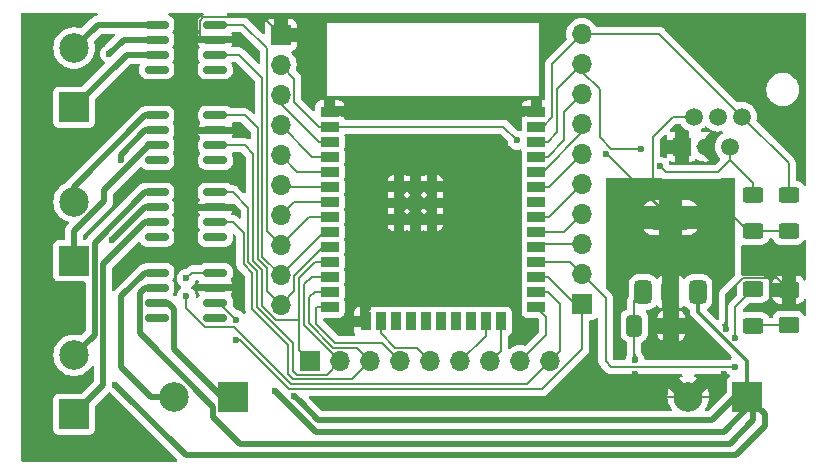
<source format=gbr>
%TF.GenerationSoftware,KiCad,Pcbnew,8.0.1*%
%TF.CreationDate,2024-04-27T05:15:47+02:00*%
%TF.ProjectId,driver_v2,64726976-6572-45f7-9632-2e6b69636164,rev?*%
%TF.SameCoordinates,Original*%
%TF.FileFunction,Copper,L1,Top*%
%TF.FilePolarity,Positive*%
%FSLAX46Y46*%
G04 Gerber Fmt 4.6, Leading zero omitted, Abs format (unit mm)*
G04 Created by KiCad (PCBNEW 8.0.1) date 2024-04-27 05:15:47*
%MOMM*%
%LPD*%
G01*
G04 APERTURE LIST*
G04 Aperture macros list*
%AMRoundRect*
0 Rectangle with rounded corners*
0 $1 Rounding radius*
0 $2 $3 $4 $5 $6 $7 $8 $9 X,Y pos of 4 corners*
0 Add a 4 corners polygon primitive as box body*
4,1,4,$2,$3,$4,$5,$6,$7,$8,$9,$2,$3,0*
0 Add four circle primitives for the rounded corners*
1,1,$1+$1,$2,$3*
1,1,$1+$1,$4,$5*
1,1,$1+$1,$6,$7*
1,1,$1+$1,$8,$9*
0 Add four rect primitives between the rounded corners*
20,1,$1+$1,$2,$3,$4,$5,0*
20,1,$1+$1,$4,$5,$6,$7,0*
20,1,$1+$1,$6,$7,$8,$9,0*
20,1,$1+$1,$8,$9,$2,$3,0*%
G04 Aperture macros list end*
%TA.AperFunction,ComponentPad*%
%ADD10C,2.500000*%
%TD*%
%TA.AperFunction,ComponentPad*%
%ADD11R,2.500000X2.500000*%
%TD*%
%TA.AperFunction,ComponentPad*%
%ADD12C,1.520000*%
%TD*%
%TA.AperFunction,ComponentPad*%
%ADD13R,1.520000X1.520000*%
%TD*%
%TA.AperFunction,SMDPad,CuDef*%
%ADD14R,1.500000X0.900000*%
%TD*%
%TA.AperFunction,SMDPad,CuDef*%
%ADD15R,0.900000X1.500000*%
%TD*%
%TA.AperFunction,SMDPad,CuDef*%
%ADD16R,0.900000X0.900000*%
%TD*%
%TA.AperFunction,ComponentPad*%
%ADD17C,0.600000*%
%TD*%
%TA.AperFunction,ComponentPad*%
%ADD18R,1.700000X1.700000*%
%TD*%
%TA.AperFunction,ComponentPad*%
%ADD19O,1.700000X1.700000*%
%TD*%
%TA.AperFunction,SMDPad,CuDef*%
%ADD20RoundRect,0.250000X-0.625000X0.400000X-0.625000X-0.400000X0.625000X-0.400000X0.625000X0.400000X0*%
%TD*%
%TA.AperFunction,SMDPad,CuDef*%
%ADD21RoundRect,0.250001X-0.624999X0.462499X-0.624999X-0.462499X0.624999X-0.462499X0.624999X0.462499X0*%
%TD*%
%TA.AperFunction,SMDPad,CuDef*%
%ADD22RoundRect,0.375000X0.375000X-0.625000X0.375000X0.625000X-0.375000X0.625000X-0.375000X-0.625000X0*%
%TD*%
%TA.AperFunction,SMDPad,CuDef*%
%ADD23RoundRect,0.500000X1.400000X-0.500000X1.400000X0.500000X-1.400000X0.500000X-1.400000X-0.500000X0*%
%TD*%
%TA.AperFunction,SMDPad,CuDef*%
%ADD24RoundRect,0.150000X0.825000X0.150000X-0.825000X0.150000X-0.825000X-0.150000X0.825000X-0.150000X0*%
%TD*%
%TA.AperFunction,SMDPad,CuDef*%
%ADD25RoundRect,0.250000X0.412500X0.650000X-0.412500X0.650000X-0.412500X-0.650000X0.412500X-0.650000X0*%
%TD*%
%TA.AperFunction,ViaPad*%
%ADD26C,0.600000*%
%TD*%
%TA.AperFunction,Conductor*%
%ADD27C,0.200000*%
%TD*%
%TA.AperFunction,Conductor*%
%ADD28C,0.520000*%
%TD*%
%TA.AperFunction,Conductor*%
%ADD29C,0.300000*%
%TD*%
G04 APERTURE END LIST*
D10*
%TO.P,BAT,2,Pin_2*%
%TO.N,GND*%
X162500000Y-91500000D03*
D11*
%TO.P,BAT,1,Pin_1*%
%TO.N,VCC*%
X167500000Y-91500000D03*
%TD*%
%TO.P,M2,1,Pin_1*%
%TO.N,Net-(IC3-OUTA)*%
X110500000Y-80000000D03*
D10*
%TO.P,M2,2,Pin_2*%
%TO.N,Net-(IC3-OUTB)*%
X110500000Y-75000000D03*
%TD*%
D11*
%TO.P,M1,1,Pin_1*%
%TO.N,Net-(IC2-OUTA)*%
X110500000Y-67000000D03*
D10*
%TO.P,M1,2,Pin_2*%
%TO.N,Net-(IC2-OUTB)*%
X110500000Y-62000000D03*
%TD*%
D12*
%TO.P,RJ12,6*%
%TO.N,Net-(IC1-IO23)*%
X167050000Y-67800000D03*
%TO.P,RJ12,5*%
%TO.N,Net-(IC1-IO22)*%
X166030000Y-70340000D03*
%TO.P,RJ12,4*%
%TO.N,unconnected-(J1-Pad4)*%
X165010000Y-67800000D03*
%TO.P,RJ12,3*%
%TO.N,GND*%
X163990000Y-70340000D03*
%TO.P,RJ12,2*%
%TO.N,+3.3V*%
X162970000Y-67800000D03*
D13*
%TO.P,RJ12,1*%
%TO.N,GND*%
X161950000Y-70340000D03*
%TD*%
D14*
%TO.P,IC1,1,GND*%
%TO.N,GND*%
X132150000Y-67380000D03*
%TO.P,IC1,2,VDD*%
%TO.N,+3.3V*%
X132150000Y-68650000D03*
%TO.P,IC1,3,EN*%
%TO.N,Net-(IC1-EN)*%
X132150000Y-69920000D03*
%TO.P,IC1,4,SENSOR_VP*%
%TO.N,Net-(IC1-SENSOR_VP)*%
X132150000Y-71190000D03*
%TO.P,IC1,5,SENSOR_VN*%
%TO.N,Net-(IC1-SENSOR_VN)*%
X132150000Y-72460000D03*
%TO.P,IC1,6,IO34*%
%TO.N,Net-(IC1-IO34)*%
X132150000Y-73730000D03*
%TO.P,IC1,7,IO35*%
%TO.N,Net-(IC1-IO35)*%
X132150000Y-75000000D03*
%TO.P,IC1,8,IO32*%
%TO.N,Net-(IC1-IO32)*%
X132150000Y-76270000D03*
%TO.P,IC1,9,IO33*%
%TO.N,Net-(IC1-IO33)*%
X132150000Y-77540000D03*
%TO.P,IC1,10,IO25*%
%TO.N,Net-(IC1-IO25)*%
X132150000Y-78810000D03*
%TO.P,IC1,11,IO26*%
%TO.N,Net-(IC1-IO26)*%
X132150000Y-80080000D03*
%TO.P,IC1,12,IO27*%
%TO.N,Net-(IC1-IO27)*%
X132150000Y-81350000D03*
%TO.P,IC1,13,IO14*%
%TO.N,Net-(IC1-IO14)*%
X132150000Y-82620000D03*
%TO.P,IC1,14,IO12*%
%TO.N,Net-(IC1-IO12)*%
X132150000Y-83890000D03*
D15*
%TO.P,IC1,15,GND*%
%TO.N,GND*%
X135185000Y-85140000D03*
%TO.P,IC1,16,IO13*%
%TO.N,Net-(IC1-IO13)*%
X136455000Y-85140000D03*
%TO.P,IC1,17,NC*%
%TO.N,unconnected-(IC1-NC-Pad17)*%
X137725000Y-85140000D03*
%TO.P,IC1,18,NC*%
%TO.N,unconnected-(IC1-NC-Pad18)*%
X138995000Y-85140000D03*
%TO.P,IC1,19,NC*%
%TO.N,unconnected-(IC1-NC-Pad19)*%
X140265000Y-85140000D03*
%TO.P,IC1,20,NC*%
%TO.N,unconnected-(IC1-NC-Pad20)*%
X141535000Y-85140000D03*
%TO.P,IC1,21,NC*%
%TO.N,unconnected-(IC1-NC-Pad21)*%
X142805000Y-85140000D03*
%TO.P,IC1,22,NC*%
%TO.N,unconnected-(IC1-NC-Pad22)*%
X144075000Y-85140000D03*
%TO.P,IC1,23,IO15*%
%TO.N,Net-(IC1-IO15)*%
X145345000Y-85140000D03*
%TO.P,IC1,24,IO2*%
%TO.N,Net-(IC1-IO2)*%
X146615000Y-85140000D03*
D14*
%TO.P,IC1,25,IO0*%
%TO.N,Net-(IC1-IO0)*%
X149650000Y-83890000D03*
%TO.P,IC1,26,IO4*%
%TO.N,Net-(IC1-IO4)*%
X149650000Y-82620000D03*
%TO.P,IC1,27,IO16*%
%TO.N,Net-(IC1-IO16)*%
X149650000Y-81350000D03*
%TO.P,IC1,28,IO17*%
%TO.N,Net-(IC1-IO17)*%
X149650000Y-80080000D03*
%TO.P,IC1,29,IO5*%
%TO.N,Net-(IC1-IO5)*%
X149650000Y-78810000D03*
%TO.P,IC1,30,IO18*%
%TO.N,Net-(IC1-IO18)*%
X149650000Y-77540000D03*
%TO.P,IC1,31,IO19*%
%TO.N,Net-(IC1-IO19)*%
X149650000Y-76270000D03*
%TO.P,IC1,32,NC*%
%TO.N,unconnected-(IC1-NC-Pad32)*%
X149650000Y-75000000D03*
%TO.P,IC1,33,IO21*%
%TO.N,Net-(IC1-IO21)*%
X149650000Y-73730000D03*
%TO.P,IC1,34,RXD0/IO3*%
%TO.N,Net-(IC1-RXD0{slash}IO3)*%
X149650000Y-72460000D03*
%TO.P,IC1,35,TXD0/IO1*%
%TO.N,Net-(IC1-TXD0{slash}IO1)*%
X149650000Y-71190000D03*
%TO.P,IC1,36,IO22*%
%TO.N,Net-(IC1-IO22)*%
X149650000Y-69920000D03*
%TO.P,IC1,37,IO23*%
%TO.N,Net-(IC1-IO23)*%
X149650000Y-68650000D03*
%TO.P,IC1,38,GND*%
%TO.N,GND*%
X149650000Y-67380000D03*
D16*
%TO.P,IC1,39,GND*%
X138000000Y-73700000D03*
D17*
X138000000Y-74400000D03*
D16*
X138000000Y-75100000D03*
D17*
X138000000Y-75800000D03*
D16*
X138000000Y-76500000D03*
D17*
X138700000Y-73700000D03*
X138700000Y-75100000D03*
X138700000Y-76500000D03*
D16*
X139400000Y-73700000D03*
D17*
X139400000Y-74400000D03*
D16*
X139400000Y-75100000D03*
D17*
X139400000Y-75800000D03*
D16*
X139400000Y-76500000D03*
D17*
X140100000Y-73700000D03*
X140100000Y-75100000D03*
X140100000Y-76500000D03*
D16*
X140800000Y-73700000D03*
D17*
X140800000Y-74400000D03*
D16*
X140800000Y-75100000D03*
D17*
X140800000Y-75800000D03*
D16*
X140800000Y-76500000D03*
%TD*%
D11*
%TO.P,M4,1,Pin_1*%
%TO.N,Net-(IC5-OUTA)*%
X124000000Y-91500000D03*
D10*
%TO.P,M4,2,Pin_2*%
%TO.N,Net-(IC5-OUTB)*%
X119000000Y-91500000D03*
%TD*%
D11*
%TO.P,M3,1,Pin_1*%
%TO.N,Net-(IC4-OUTA)*%
X110500000Y-93000000D03*
D10*
%TO.P,M3,2,Pin_2*%
%TO.N,Net-(IC4-OUTB)*%
X110500000Y-88000000D03*
%TD*%
D18*
%TO.P,J4,1,Pin_1*%
%TO.N,Net-(IC1-IO26)*%
X130500000Y-88500000D03*
D19*
%TO.P,J4,2,Pin_2*%
%TO.N,Net-(IC1-IO27)*%
X133040000Y-88500000D03*
%TO.P,J4,3,Pin_3*%
%TO.N,Net-(IC1-IO14)*%
X135580000Y-88500000D03*
%TO.P,J4,4,Pin_4*%
%TO.N,Net-(IC1-IO12)*%
X138120000Y-88500000D03*
%TO.P,J4,5,Pin_5*%
%TO.N,Net-(IC1-IO13)*%
X140660000Y-88500000D03*
%TO.P,J4,6,Pin_6*%
%TO.N,Net-(IC1-IO15)*%
X143200000Y-88500000D03*
%TO.P,J4,7,Pin_7*%
%TO.N,Net-(IC1-IO2)*%
X145740000Y-88500000D03*
%TO.P,J4,8,Pin_8*%
%TO.N,Net-(IC1-IO0)*%
X148280000Y-88500000D03*
%TO.P,J4,9,Pin_9*%
%TO.N,Net-(IC1-IO4)*%
X150820000Y-88500000D03*
%TD*%
D18*
%TO.P,J3,1,Pin_1*%
%TO.N,Net-(IC1-IO16)*%
X153500000Y-83660000D03*
D19*
%TO.P,J3,2,Pin_2*%
%TO.N,Net-(IC1-IO17)*%
X153500000Y-81120000D03*
%TO.P,J3,3,Pin_3*%
%TO.N,Net-(IC1-IO5)*%
X153500000Y-78580000D03*
%TO.P,J3,4,Pin_4*%
%TO.N,Net-(IC1-IO18)*%
X153500000Y-76040000D03*
%TO.P,J3,5,Pin_5*%
%TO.N,Net-(IC1-IO19)*%
X153500000Y-73500000D03*
%TO.P,J3,6,Pin_6*%
%TO.N,Net-(IC1-IO21)*%
X153500000Y-70960000D03*
%TO.P,J3,7,Pin_7*%
%TO.N,Net-(IC1-RXD0{slash}IO3)*%
X153500000Y-68420000D03*
%TO.P,J3,8,Pin_8*%
%TO.N,Net-(IC1-TXD0{slash}IO1)*%
X153500000Y-65880000D03*
%TO.P,J3,9,Pin_9*%
%TO.N,Net-(IC1-IO22)*%
X153500000Y-63340000D03*
%TO.P,J3,10,Pin_10*%
%TO.N,Net-(IC1-IO23)*%
X153500000Y-60800000D03*
%TD*%
%TO.P,J2,10,Pin_10*%
%TO.N,Net-(IC1-IO25)*%
X128000000Y-83740000D03*
%TO.P,J2,9,Pin_9*%
%TO.N,Net-(IC1-IO33)*%
X128000000Y-81200000D03*
%TO.P,J2,8,Pin_8*%
%TO.N,Net-(IC1-IO32)*%
X128000000Y-78660000D03*
%TO.P,J2,7,Pin_7*%
%TO.N,Net-(IC1-IO35)*%
X128000000Y-76120000D03*
%TO.P,J2,6,Pin_6*%
%TO.N,Net-(IC1-IO34)*%
X128000000Y-73580000D03*
%TO.P,J2,5,Pin_5*%
%TO.N,Net-(IC1-SENSOR_VN)*%
X128000000Y-71040000D03*
%TO.P,J2,4,Pin_4*%
%TO.N,Net-(IC1-SENSOR_VP)*%
X128000000Y-68500000D03*
%TO.P,J2,3,Pin_3*%
%TO.N,Net-(IC1-EN)*%
X128000000Y-65960000D03*
%TO.P,J2,2,Pin_2*%
%TO.N,+3.3V*%
X128000000Y-63420000D03*
D18*
%TO.P,J2,1,Pin_1*%
%TO.N,GND*%
X128000000Y-60880000D03*
%TD*%
D20*
%TO.P,R3,1*%
%TO.N,Net-(IC1-IO17)*%
X168000000Y-82400000D03*
%TO.P,R3,2*%
%TO.N,Net-(D1-A)*%
X168000000Y-85500000D03*
%TD*%
D21*
%TO.P,LED,2,A*%
%TO.N,Net-(D1-A)*%
X171000000Y-85437500D03*
%TO.P,LED,1,K*%
%TO.N,GND*%
X171000000Y-82462500D03*
%TD*%
D22*
%TO.P,U1,1,GND*%
%TO.N,GND*%
X158700000Y-82650000D03*
%TO.P,U1,2,VO*%
%TO.N,+3.3V*%
X161000000Y-82650000D03*
D23*
X161000000Y-76350000D03*
D22*
%TO.P,U1,3,VI*%
%TO.N,VCC*%
X163300000Y-82650000D03*
%TD*%
D20*
%TO.P,R2,2*%
%TO.N,+3.3V*%
X168000000Y-77500000D03*
%TO.P,R2,1*%
%TO.N,Net-(IC1-IO22)*%
X168000000Y-74400000D03*
%TD*%
%TO.P,R1,2*%
%TO.N,+3.3V*%
X171000000Y-77500000D03*
%TO.P,R1,1*%
%TO.N,Net-(IC1-IO23)*%
X171000000Y-74400000D03*
%TD*%
D24*
%TO.P,IC5,1,NC*%
%TO.N,unconnected-(IC5-NC-Pad1)*%
X122450000Y-84810000D03*
%TO.P,IC5,2,INA*%
%TO.N,Net-(IC1-IO16)*%
X122450000Y-83540000D03*
%TO.P,IC5,3,GND*%
%TO.N,GND*%
X122450000Y-82270000D03*
%TO.P,IC5,4,INB*%
%TO.N,Net-(IC1-IO4)*%
X122450000Y-81000000D03*
%TO.P,IC5,5,OUTB*%
%TO.N,Net-(IC5-OUTB)*%
X117500000Y-81000000D03*
%TO.P,IC5,6,VDD*%
%TO.N,VCC*%
X117500000Y-82270000D03*
%TO.P,IC5,7,OUTA*%
%TO.N,Net-(IC5-OUTA)*%
X117500000Y-83540000D03*
%TO.P,IC5,8,NC*%
%TO.N,unconnected-(IC5-NC-Pad8)*%
X117500000Y-84810000D03*
%TD*%
%TO.P,IC4,1,NC*%
%TO.N,unconnected-(IC4-NC-Pad1)*%
X122450000Y-78000000D03*
%TO.P,IC4,2,INA*%
%TO.N,Net-(IC1-IO14)*%
X122450000Y-76730000D03*
%TO.P,IC4,3,GND*%
%TO.N,GND*%
X122450000Y-75460000D03*
%TO.P,IC4,4,INB*%
%TO.N,Net-(IC1-IO27)*%
X122450000Y-74190000D03*
%TO.P,IC4,5,OUTB*%
%TO.N,Net-(IC4-OUTB)*%
X117500000Y-74190000D03*
%TO.P,IC4,6,VDD*%
%TO.N,VCC*%
X117500000Y-75460000D03*
%TO.P,IC4,7,OUTA*%
%TO.N,Net-(IC4-OUTA)*%
X117500000Y-76730000D03*
%TO.P,IC4,8,NC*%
%TO.N,unconnected-(IC4-NC-Pad8)*%
X117500000Y-78000000D03*
%TD*%
%TO.P,IC3,1,NC*%
%TO.N,unconnected-(IC3-NC-Pad1)*%
X122475000Y-71500000D03*
%TO.P,IC3,2,INA*%
%TO.N,Net-(IC1-IO26)*%
X122475000Y-70230000D03*
%TO.P,IC3,3,GND*%
%TO.N,GND*%
X122475000Y-68960000D03*
%TO.P,IC3,4,INB*%
%TO.N,Net-(IC1-IO25)*%
X122475000Y-67690000D03*
%TO.P,IC3,5,OUTB*%
%TO.N,Net-(IC3-OUTB)*%
X117525000Y-67690000D03*
%TO.P,IC3,6,VDD*%
%TO.N,VCC*%
X117525000Y-68960000D03*
%TO.P,IC3,7,OUTA*%
%TO.N,Net-(IC3-OUTA)*%
X117525000Y-70230000D03*
%TO.P,IC3,8,NC*%
%TO.N,unconnected-(IC3-NC-Pad8)*%
X117525000Y-71500000D03*
%TD*%
%TO.P,IC2,8,NC*%
%TO.N,unconnected-(IC2-NC-Pad8)*%
X117500000Y-63810000D03*
%TO.P,IC2,7,OUTA*%
%TO.N,Net-(IC2-OUTA)*%
X117500000Y-62540000D03*
%TO.P,IC2,6,VDD*%
%TO.N,VCC*%
X117500000Y-61270000D03*
%TO.P,IC2,5,OUTB*%
%TO.N,Net-(IC2-OUTB)*%
X117500000Y-60000000D03*
%TO.P,IC2,4,INB*%
%TO.N,Net-(IC1-IO32)*%
X122450000Y-60000000D03*
%TO.P,IC2,3,GND*%
%TO.N,GND*%
X122450000Y-61270000D03*
%TO.P,IC2,2,INA*%
%TO.N,Net-(IC1-IO33)*%
X122450000Y-62540000D03*
%TO.P,IC2,1,NC*%
%TO.N,unconnected-(IC2-NC-Pad1)*%
X122450000Y-63810000D03*
%TD*%
D25*
%TO.P,C1,1*%
%TO.N,+3.3V*%
X161062500Y-85500000D03*
%TO.P,C1,2*%
%TO.N,GND*%
X157937500Y-85500000D03*
%TD*%
D26*
%TO.N,GND*%
X165709620Y-85790380D03*
%TO.N,Net-(IC1-IO22)*%
X158500000Y-70500000D03*
X160100000Y-72000000D03*
%TO.N,VCC*%
X114500000Y-71500000D03*
X113500000Y-62500000D03*
%TO.N,Net-(IC1-IO16)*%
X124240000Y-84984856D03*
X124240000Y-86707107D03*
%TO.N,Net-(IC1-IO4)*%
X120000000Y-83000000D03*
X120000000Y-81500000D03*
%TO.N,GND*%
X165500000Y-89600000D03*
X158000000Y-89600000D03*
X158000000Y-88400000D03*
%TO.N,Net-(IC1-IO17)*%
X166500000Y-86500000D03*
X166500000Y-89000000D03*
%TO.N,+3.3V*%
X148000000Y-69810000D03*
X155541587Y-70958413D03*
%TO.N,VCC*%
X113750000Y-78250000D03*
X114000000Y-90500000D03*
X127500000Y-91000000D03*
X129125000Y-91450000D03*
%TD*%
D27*
%TO.N,Net-(IC1-IO22)*%
X156000000Y-70500000D02*
X155000000Y-69500000D01*
X158500000Y-70500000D02*
X156000000Y-70500000D01*
X160600000Y-72500000D02*
X160100000Y-72000000D01*
X165000000Y-72500000D02*
X160600000Y-72500000D01*
X165000000Y-72500000D02*
X166030000Y-71470000D01*
X153500000Y-64000000D02*
X153500000Y-63340000D01*
X155000000Y-65500000D02*
X153500000Y-64000000D01*
X155000000Y-69500000D02*
X155000000Y-65500000D01*
%TO.N,+3.3V*%
X161200000Y-67800000D02*
X159500000Y-69500000D01*
X159500000Y-74850000D02*
X161000000Y-76350000D01*
X162970000Y-67800000D02*
X161200000Y-67800000D01*
X159500000Y-69500000D02*
X159500000Y-74850000D01*
%TO.N,Net-(IC1-IO22)*%
X168000000Y-73440000D02*
X166030000Y-71470000D01*
X168000000Y-74400000D02*
X168000000Y-73440000D01*
X166030000Y-71470000D02*
X166030000Y-70340000D01*
%TO.N,+3.3V*%
X155608413Y-70958413D02*
X161000000Y-76350000D01*
X155541587Y-70958413D02*
X155608413Y-70958413D01*
D28*
%TO.N,VCC*%
X116550001Y-68960000D02*
X117525000Y-68960000D01*
X114500000Y-71010001D02*
X116550001Y-68960000D01*
X114500000Y-71500000D02*
X114500000Y-71010001D01*
X114730000Y-61270000D02*
X113500000Y-62500000D01*
X117500000Y-61270000D02*
X114730000Y-61270000D01*
D27*
%TO.N,Net-(IC1-IO4)*%
X121609304Y-85584856D02*
X124019172Y-85584856D01*
X124019172Y-85584856D02*
X128884315Y-90450000D01*
X120000000Y-83975552D02*
X121609304Y-85584856D01*
X120000000Y-83000000D02*
X120000000Y-83975552D01*
X148870000Y-90450000D02*
X150820000Y-88500000D01*
X128884315Y-90450000D02*
X148870000Y-90450000D01*
%TO.N,Net-(IC1-IO16)*%
X124575737Y-86707107D02*
X128718630Y-90850000D01*
X124240000Y-86707107D02*
X124575737Y-86707107D01*
X122795144Y-83540000D02*
X124240000Y-84984856D01*
X122450000Y-83540000D02*
X122795144Y-83540000D01*
X153500000Y-87500000D02*
X153500000Y-83660000D01*
X150150000Y-90850000D02*
X153500000Y-87500000D01*
X128718630Y-90850000D02*
X150150000Y-90850000D01*
X122450000Y-83540000D02*
X121475001Y-83540000D01*
%TO.N,Net-(IC1-IO4)*%
X120000000Y-81500000D02*
X120500000Y-81000000D01*
X120500000Y-81000000D02*
X122450000Y-81000000D01*
%TO.N,Net-(IC1-IO14)*%
X134030000Y-90050000D02*
X135580000Y-88500000D01*
X129050000Y-90050000D02*
X134030000Y-90050000D01*
X128600000Y-89600000D02*
X129050000Y-90050000D01*
X128600000Y-87097718D02*
X128600000Y-89600000D01*
X124850000Y-80312742D02*
X125600000Y-81062742D01*
X125600000Y-81062742D02*
X125600000Y-84097718D01*
X124850000Y-77655001D02*
X124850000Y-80312742D01*
X123924999Y-76730000D02*
X124850000Y-77655001D01*
X122950000Y-76730000D02*
X123924999Y-76730000D01*
X125600000Y-84097718D02*
X128600000Y-87097718D01*
%TO.N,Net-(IC1-IO27)*%
X131890000Y-89650000D02*
X133040000Y-88500000D01*
X129350000Y-89650000D02*
X131890000Y-89650000D01*
X129000000Y-86932032D02*
X129000000Y-89300000D01*
X126000000Y-83932032D02*
X129000000Y-86932032D01*
X129000000Y-89300000D02*
X129350000Y-89650000D01*
X126000000Y-80897057D02*
X126000000Y-83932032D01*
X123924999Y-74190000D02*
X125250000Y-75515001D01*
X125250000Y-80147056D02*
X126000000Y-80897057D01*
X125250000Y-75515001D02*
X125250000Y-80147056D01*
X122950000Y-74190000D02*
X123924999Y-74190000D01*
%TO.N,Net-(IC1-IO26)*%
X125650000Y-70930001D02*
X124949999Y-70230000D01*
X124949999Y-70230000D02*
X122475000Y-70230000D01*
X126450000Y-83816346D02*
X126450000Y-80781371D01*
X126450000Y-80781371D02*
X125650000Y-79981370D01*
X125650000Y-79981370D02*
X125650000Y-70930001D01*
X127633654Y-85000000D02*
X126450000Y-83816346D01*
X129550000Y-85000000D02*
X127633654Y-85000000D01*
%TO.N,Net-(IC1-IO25)*%
X124949999Y-67690000D02*
X122475000Y-67690000D01*
X126050000Y-79815685D02*
X126050000Y-68790001D01*
X126850000Y-80615685D02*
X126050000Y-79815685D01*
X126050000Y-68790001D02*
X124949999Y-67690000D01*
X128000000Y-83740000D02*
X126850000Y-82590000D01*
X126850000Y-82590000D02*
X126850000Y-80615685D01*
D28*
%TO.N,Net-(IC5-OUTA)*%
X119000000Y-87500000D02*
X123000000Y-91500000D01*
X119000000Y-84065001D02*
X119000000Y-87500000D01*
X123000000Y-91500000D02*
X124000000Y-91500000D01*
X118474999Y-83540000D02*
X119000000Y-84065001D01*
X117500000Y-83540000D02*
X118474999Y-83540000D01*
D27*
%TO.N,GND*%
X165500000Y-90500000D02*
X164500000Y-91500000D01*
X164500000Y-91500000D02*
X162500000Y-91500000D01*
X165500000Y-89600000D02*
X165500000Y-90500000D01*
X167140256Y-81450000D02*
X165709620Y-82880636D01*
X169987500Y-81450000D02*
X167140256Y-81450000D01*
X171000000Y-82462500D02*
X169987500Y-81450000D01*
X165709620Y-82880636D02*
X165709620Y-85790380D01*
X121475001Y-61270000D02*
X122450000Y-61270000D01*
X121175000Y-59659448D02*
X121175000Y-60969999D01*
X121434448Y-59400000D02*
X121175000Y-59659448D01*
X126520000Y-59400000D02*
X121434448Y-59400000D01*
X121175000Y-60969999D02*
X121475001Y-61270000D01*
X128000000Y-60880000D02*
X126520000Y-59400000D01*
X159900000Y-91500000D02*
X162500000Y-91500000D01*
X158000000Y-89600000D02*
X159900000Y-91500000D01*
X157937500Y-88337500D02*
X158000000Y-88400000D01*
X157937500Y-85500000D02*
X157937500Y-88337500D01*
%TO.N,Net-(IC1-IO17)*%
X155500000Y-83120000D02*
X153500000Y-81120000D01*
X155500000Y-88500000D02*
X155500000Y-83120000D01*
X156000000Y-89000000D02*
X155500000Y-88500000D01*
X166500000Y-89000000D02*
X156000000Y-89000000D01*
%TO.N,GND*%
X157937500Y-83412500D02*
X158700000Y-82650000D01*
X157937500Y-85500000D02*
X157937500Y-83412500D01*
%TO.N,+3.3V*%
X161000000Y-76350000D02*
X161000000Y-82650000D01*
D28*
%TO.N,VCC*%
X131175000Y-93500000D02*
X129675000Y-92000000D01*
X164500000Y-93500000D02*
X131175000Y-93500000D01*
X166500000Y-91500000D02*
X164500000Y-93500000D01*
X167500000Y-91500000D02*
X166500000Y-91500000D01*
X168000000Y-92000000D02*
X167500000Y-91500000D01*
X168000000Y-93500000D02*
X168000000Y-92000000D01*
X122290000Y-93210000D02*
X124580000Y-95500000D01*
X166000000Y-95500000D02*
X168000000Y-93500000D01*
X116065000Y-86146694D02*
X122290000Y-92371694D01*
X122290000Y-92371694D02*
X122290000Y-93210000D01*
X124580000Y-95500000D02*
X166000000Y-95500000D01*
X116525001Y-82270000D02*
X116065000Y-82730001D01*
X116065000Y-82730001D02*
X116065000Y-86146694D01*
X117500000Y-82270000D02*
X116525001Y-82270000D01*
X169000000Y-93000000D02*
X167500000Y-91500000D01*
X166560000Y-96440000D02*
X169000000Y-94000000D01*
X119940000Y-96440000D02*
X166560000Y-96440000D01*
X169000000Y-94000000D02*
X169000000Y-93000000D01*
X114000000Y-90500000D02*
X119940000Y-96440000D01*
X167500000Y-92500000D02*
X167500000Y-91500000D01*
X165500000Y-94500000D02*
X167500000Y-92500000D01*
X131000000Y-94500000D02*
X165500000Y-94500000D01*
X127500000Y-91000000D02*
X131000000Y-94500000D01*
D27*
%TO.N,Net-(IC1-IO23)*%
X171000000Y-74400000D02*
X171000000Y-71750000D01*
%TO.N,GND*%
X138700000Y-76500000D02*
X139400000Y-76500000D01*
X140100000Y-76500000D02*
X139400000Y-76500000D01*
%TO.N,+3.3V*%
X166450000Y-76350000D02*
X161000000Y-76350000D01*
X167600000Y-77500000D02*
X166450000Y-76350000D01*
X168000000Y-77500000D02*
X167600000Y-77500000D01*
%TO.N,Net-(IC1-IO17)*%
X166500000Y-83900000D02*
X166500000Y-86500000D01*
X166825000Y-83575000D02*
X166500000Y-83900000D01*
D29*
%TO.N,VCC*%
X163300000Y-84300000D02*
X163300000Y-82650000D01*
X167500000Y-88500000D02*
X163300000Y-84300000D01*
X167500000Y-91500000D02*
X167500000Y-88500000D01*
D27*
%TO.N,+3.3V*%
X171000000Y-77500000D02*
X168000000Y-77500000D01*
%TO.N,Net-(IC1-IO17)*%
X168000000Y-82400000D02*
X166825000Y-83575000D01*
%TO.N,Net-(IC1-IO5)*%
X149880000Y-78580000D02*
X149650000Y-78810000D01*
X153500000Y-78580000D02*
X149880000Y-78580000D01*
%TO.N,Net-(IC1-IO17)*%
X153500000Y-81120000D02*
X152460000Y-80080000D01*
%TO.N,+3.3V*%
X146840000Y-68650000D02*
X132150000Y-68650000D01*
X148000000Y-69810000D02*
X146840000Y-68650000D01*
D28*
%TO.N,VCC*%
X129125000Y-91450000D02*
X129675000Y-92000000D01*
D27*
%TO.N,Net-(IC1-IO4)*%
X123234999Y-81000000D02*
X122450000Y-81000000D01*
D28*
%TO.N,VCC*%
X113750000Y-78250000D02*
X116540000Y-75460000D01*
X116540000Y-75460000D02*
X117500000Y-75460000D01*
%TO.N,Net-(IC5-OUTB)*%
X117000000Y-91500000D02*
X119000000Y-91500000D01*
X114500000Y-83025001D02*
X114500000Y-89000000D01*
X116525001Y-81000000D02*
X114500000Y-83025001D01*
X114500000Y-89000000D02*
X117000000Y-91500000D01*
X117500000Y-81000000D02*
X116525001Y-81000000D01*
%TO.N,Net-(IC4-OUTA)*%
X112960000Y-90540000D02*
X110500000Y-93000000D01*
X112960000Y-80295001D02*
X112960000Y-90540000D01*
X117500000Y-76730000D02*
X116525001Y-76730000D01*
X116525001Y-76730000D02*
X112960000Y-80295001D01*
%TO.N,Net-(IC4-OUTB)*%
X112240000Y-86260000D02*
X110500000Y-88000000D01*
X112240000Y-78475001D02*
X112240000Y-86260000D01*
X116525001Y-74190000D02*
X112240000Y-78475001D01*
%TO.N,Net-(IC3-OUTA)*%
X113033956Y-74966044D02*
X110500000Y-77500000D01*
X113033956Y-74040847D02*
X113033956Y-74966044D01*
X116844803Y-70230000D02*
X113033956Y-74040847D01*
X117525000Y-70230000D02*
X116844803Y-70230000D01*
X110500000Y-77500000D02*
X110500000Y-80000000D01*
%TO.N,Net-(IC3-OUTB)*%
X110500000Y-73740001D02*
X110500000Y-75000000D01*
X116550001Y-67690000D02*
X110500000Y-73740001D01*
X117525000Y-67690000D02*
X116550001Y-67690000D01*
%TO.N,Net-(IC4-OUTB)*%
X116525001Y-74190000D02*
X117500000Y-74190000D01*
%TO.N,Net-(IC2-OUTA)*%
X114960000Y-62540000D02*
X117500000Y-62540000D01*
X110500000Y-67000000D02*
X114960000Y-62540000D01*
%TO.N,Net-(IC2-OUTB)*%
X112500000Y-60000000D02*
X117500000Y-60000000D01*
X110500000Y-62000000D02*
X112500000Y-60000000D01*
D27*
%TO.N,Net-(IC1-IO33)*%
X124440000Y-62540000D02*
X122450000Y-62540000D01*
X126450000Y-64550000D02*
X124440000Y-62540000D01*
X126450000Y-64550000D02*
X126450000Y-79650000D01*
%TO.N,Net-(IC1-IO32)*%
X124829999Y-60000000D02*
X122450000Y-60000000D01*
X126850000Y-62020001D02*
X124829999Y-60000000D01*
%TO.N,Net-(IC1-IO23)*%
X171000000Y-71750000D02*
X167050000Y-67800000D01*
X160050000Y-60800000D02*
X153500000Y-60800000D01*
X167050000Y-67800000D02*
X160050000Y-60800000D01*
%TO.N,Net-(IC1-IO26)*%
X129550000Y-85000000D02*
X129550000Y-87550000D01*
X129550000Y-81450000D02*
X129550000Y-85000000D01*
%TO.N,Net-(IC1-IO33)*%
X126450000Y-79650000D02*
X128000000Y-81200000D01*
%TO.N,Net-(IC1-IO32)*%
X126850000Y-77510000D02*
X128000000Y-78660000D01*
X126850000Y-62020001D02*
X126850000Y-77510000D01*
%TO.N,Net-(D1-A)*%
X168062500Y-85437500D02*
X168000000Y-85500000D01*
X171000000Y-85437500D02*
X168062500Y-85437500D01*
%TO.N,+3.3V*%
X161062500Y-82712500D02*
X161000000Y-82650000D01*
X161062500Y-85500000D02*
X161062500Y-82712500D01*
%TO.N,Net-(IC1-IO4)*%
X150600000Y-82620000D02*
X149650000Y-82620000D01*
X151670000Y-83690000D02*
X150600000Y-82620000D01*
X150820000Y-88500000D02*
X151670000Y-87650000D01*
X151670000Y-87650000D02*
X151670000Y-83690000D01*
%TO.N,Net-(IC1-IO0)*%
X150500000Y-84740000D02*
X150500000Y-86280000D01*
X150500000Y-86280000D02*
X148280000Y-88500000D01*
X149650000Y-83890000D02*
X150500000Y-84740000D01*
%TO.N,Net-(IC1-IO16)*%
X152910000Y-83660000D02*
X153500000Y-83660000D01*
X149650000Y-81350000D02*
X150600000Y-81350000D01*
X150600000Y-81350000D02*
X152910000Y-83660000D01*
%TO.N,Net-(IC1-IO17)*%
X149650000Y-80080000D02*
X152460000Y-80080000D01*
%TO.N,Net-(IC1-IO18)*%
X152000000Y-77540000D02*
X153500000Y-76040000D01*
X149650000Y-77540000D02*
X152000000Y-77540000D01*
%TO.N,Net-(IC1-IO19)*%
X150730000Y-76270000D02*
X153500000Y-73500000D01*
X149650000Y-76270000D02*
X150730000Y-76270000D01*
%TO.N,Net-(IC1-IO21)*%
X150730000Y-73730000D02*
X153500000Y-70960000D01*
X149650000Y-73730000D02*
X150730000Y-73730000D01*
%TO.N,Net-(IC1-RXD0{slash}IO3)*%
X153500000Y-69140000D02*
X153500000Y-68420000D01*
X150180000Y-72460000D02*
X153500000Y-69140000D01*
X149650000Y-72460000D02*
X150180000Y-72460000D01*
%TO.N,Net-(IC1-TXD0{slash}IO1)*%
X152000000Y-67380000D02*
X153500000Y-65880000D01*
X152000000Y-69790000D02*
X152000000Y-67380000D01*
X150600000Y-71190000D02*
X152000000Y-69790000D01*
X149650000Y-71190000D02*
X150600000Y-71190000D01*
%TO.N,Net-(IC1-IO22)*%
X151400000Y-69120000D02*
X151400000Y-65440000D01*
X150600000Y-69920000D02*
X151400000Y-69120000D01*
X149650000Y-69920000D02*
X150600000Y-69920000D01*
X151400000Y-65440000D02*
X153500000Y-63340000D01*
%TO.N,Net-(IC1-IO23)*%
X150180000Y-68650000D02*
X151000000Y-67830000D01*
X151000000Y-67830000D02*
X151000000Y-63300000D01*
X151000000Y-63300000D02*
X153500000Y-60800000D01*
X149650000Y-68650000D02*
X150180000Y-68650000D01*
%TO.N,Net-(IC1-IO2)*%
X146615000Y-87625000D02*
X145740000Y-88500000D01*
X146615000Y-85140000D02*
X146615000Y-87625000D01*
%TO.N,Net-(IC1-IO15)*%
X145345000Y-86355000D02*
X143200000Y-88500000D01*
X145345000Y-85140000D02*
X145345000Y-86355000D01*
%TO.N,Net-(IC1-IO13)*%
X139510000Y-87350000D02*
X140660000Y-88500000D01*
X137715000Y-87350000D02*
X139510000Y-87350000D01*
X136455000Y-86090000D02*
X137715000Y-87350000D01*
X136455000Y-85140000D02*
X136455000Y-86090000D01*
%TO.N,Net-(IC1-IO12)*%
X132621372Y-86950000D02*
X136570000Y-86950000D01*
X131000000Y-85328628D02*
X132621372Y-86950000D01*
X131110000Y-83890000D02*
X131000000Y-84000000D01*
X132150000Y-83890000D02*
X131110000Y-83890000D01*
X131000000Y-84000000D02*
X131000000Y-85328628D01*
X136570000Y-86950000D02*
X138120000Y-88500000D01*
%TO.N,Net-(IC1-IO14)*%
X132455686Y-87350000D02*
X134430000Y-87350000D01*
X130400000Y-85294314D02*
X132455686Y-87350000D01*
X130400000Y-83100000D02*
X130400000Y-85294314D01*
X130880000Y-82620000D02*
X130400000Y-83100000D01*
X134430000Y-87350000D02*
X135580000Y-88500000D01*
X132150000Y-82620000D02*
X130880000Y-82620000D01*
%TO.N,Net-(IC1-IO27)*%
X130000000Y-85460000D02*
X133040000Y-88500000D01*
X130650000Y-81350000D02*
X130000000Y-82000000D01*
X130000000Y-82000000D02*
X130000000Y-85460000D01*
X132150000Y-81350000D02*
X130650000Y-81350000D01*
%TO.N,Net-(IC1-IO26)*%
X130920000Y-80080000D02*
X129550000Y-81450000D01*
X132150000Y-80080000D02*
X130920000Y-80080000D01*
X129550000Y-87550000D02*
X130500000Y-88500000D01*
%TO.N,Net-(IC1-IO25)*%
X129150000Y-82590000D02*
X128000000Y-83740000D01*
X129150000Y-81280000D02*
X129150000Y-82590000D01*
X131620000Y-78810000D02*
X129150000Y-81280000D01*
X132150000Y-78810000D02*
X131620000Y-78810000D01*
%TO.N,Net-(IC1-IO33)*%
X131660000Y-77540000D02*
X128000000Y-81200000D01*
X132150000Y-77540000D02*
X131660000Y-77540000D01*
%TO.N,Net-(IC1-IO32)*%
X130390000Y-76270000D02*
X128000000Y-78660000D01*
X132150000Y-76270000D02*
X130390000Y-76270000D01*
%TO.N,Net-(IC1-IO35)*%
X129120000Y-75000000D02*
X128000000Y-76120000D01*
X132150000Y-75000000D02*
X129120000Y-75000000D01*
%TO.N,Net-(IC1-IO34)*%
X132150000Y-73730000D02*
X128150000Y-73730000D01*
X128150000Y-73730000D02*
X128000000Y-73580000D01*
%TO.N,Net-(IC1-SENSOR_VN)*%
X132150000Y-72460000D02*
X129420000Y-72460000D01*
X129420000Y-72460000D02*
X128000000Y-71040000D01*
%TO.N,Net-(IC1-SENSOR_VP)*%
X130690000Y-71190000D02*
X128000000Y-68500000D01*
X132150000Y-71190000D02*
X130690000Y-71190000D01*
%TO.N,Net-(IC1-EN)*%
X128000000Y-66720000D02*
X128000000Y-65960000D01*
X131200000Y-69920000D02*
X128000000Y-66720000D01*
X132150000Y-69920000D02*
X131200000Y-69920000D01*
%TO.N,+3.3V*%
X129150000Y-64570000D02*
X128000000Y-63420000D01*
X129150000Y-66600000D02*
X129150000Y-64570000D01*
X132150000Y-68650000D02*
X131200000Y-68650000D01*
X131200000Y-68650000D02*
X129150000Y-66600000D01*
%TD*%
%TA.AperFunction,Conductor*%
%TO.N,GND*%
G36*
X112434676Y-59020185D02*
G01*
X112480431Y-59072989D01*
X112490375Y-59142147D01*
X112461350Y-59205703D01*
X112402572Y-59243477D01*
X112391828Y-59246117D01*
X112278177Y-59268723D01*
X112278169Y-59268725D01*
X112139770Y-59326051D01*
X112139761Y-59326056D01*
X112015210Y-59409279D01*
X111984067Y-59440423D01*
X111909281Y-59515209D01*
X111909278Y-59515212D01*
X111130898Y-60293591D01*
X111069575Y-60327076D01*
X111006668Y-60324401D01*
X110961035Y-60310325D01*
X110890623Y-60288606D01*
X110890619Y-60288605D01*
X110890615Y-60288604D01*
X110765823Y-60269794D01*
X110631187Y-60249500D01*
X110631182Y-60249500D01*
X110368818Y-60249500D01*
X110368812Y-60249500D01*
X110207247Y-60273853D01*
X110109385Y-60288604D01*
X110109382Y-60288605D01*
X110109376Y-60288606D01*
X109858673Y-60365938D01*
X109622303Y-60479767D01*
X109622302Y-60479768D01*
X109405520Y-60627567D01*
X109213198Y-60806014D01*
X109049614Y-61011143D01*
X108918432Y-61238356D01*
X108822582Y-61482578D01*
X108822576Y-61482597D01*
X108764197Y-61738374D01*
X108764196Y-61738379D01*
X108744592Y-61999995D01*
X108744592Y-62000004D01*
X108764196Y-62261620D01*
X108764197Y-62261625D01*
X108822576Y-62517402D01*
X108822578Y-62517411D01*
X108822580Y-62517416D01*
X108918432Y-62761643D01*
X109049614Y-62988857D01*
X109141905Y-63104586D01*
X109213198Y-63193985D01*
X109357224Y-63327620D01*
X109405521Y-63372433D01*
X109622296Y-63520228D01*
X109622301Y-63520230D01*
X109622302Y-63520231D01*
X109622303Y-63520232D01*
X109736889Y-63575413D01*
X109858673Y-63634061D01*
X109858674Y-63634061D01*
X109858677Y-63634063D01*
X110109385Y-63711396D01*
X110368818Y-63750500D01*
X110631182Y-63750500D01*
X110890615Y-63711396D01*
X111141323Y-63634063D01*
X111377704Y-63520228D01*
X111594479Y-63372433D01*
X111786805Y-63193981D01*
X111950386Y-62988857D01*
X112081568Y-62761643D01*
X112177420Y-62517416D01*
X112235802Y-62261630D01*
X112238740Y-62222422D01*
X112255408Y-62000004D01*
X112255408Y-61999995D01*
X112235803Y-61738379D01*
X112235803Y-61738378D01*
X112235802Y-61738374D01*
X112235802Y-61738370D01*
X112177420Y-61482584D01*
X112177417Y-61482577D01*
X112176967Y-61480604D01*
X112181240Y-61410865D01*
X112210175Y-61365332D01*
X112778690Y-60796819D01*
X112840013Y-60763334D01*
X112866371Y-60760500D01*
X113864628Y-60760500D01*
X113931667Y-60780185D01*
X113977422Y-60832989D01*
X113987366Y-60902147D01*
X113958341Y-60965703D01*
X113952309Y-60972181D01*
X113159823Y-61764666D01*
X113138114Y-61781979D01*
X112997738Y-61870183D01*
X112870184Y-61997737D01*
X112774211Y-62150476D01*
X112714631Y-62320745D01*
X112714630Y-62320750D01*
X112694435Y-62499996D01*
X112694435Y-62500003D01*
X112714630Y-62679249D01*
X112714631Y-62679254D01*
X112774211Y-62849523D01*
X112841326Y-62956335D01*
X112870184Y-63002262D01*
X112997738Y-63129816D01*
X113048434Y-63161670D01*
X113094726Y-63214004D01*
X113105375Y-63283057D01*
X113077000Y-63346906D01*
X113070144Y-63354345D01*
X111211308Y-65213181D01*
X111149985Y-65246666D01*
X111123627Y-65249500D01*
X109202129Y-65249500D01*
X109202123Y-65249501D01*
X109142516Y-65255908D01*
X109007671Y-65306202D01*
X109007664Y-65306206D01*
X108892455Y-65392452D01*
X108892452Y-65392455D01*
X108806206Y-65507664D01*
X108806202Y-65507671D01*
X108755908Y-65642517D01*
X108749501Y-65702116D01*
X108749500Y-65702135D01*
X108749500Y-68297870D01*
X108749501Y-68297876D01*
X108755908Y-68357483D01*
X108806202Y-68492328D01*
X108806206Y-68492335D01*
X108892452Y-68607544D01*
X108892455Y-68607547D01*
X109007664Y-68693793D01*
X109007671Y-68693797D01*
X109142517Y-68744091D01*
X109142516Y-68744091D01*
X109149444Y-68744835D01*
X109202127Y-68750500D01*
X111797872Y-68750499D01*
X111857483Y-68744091D01*
X111992331Y-68693796D01*
X112107546Y-68607546D01*
X112193796Y-68492331D01*
X112244091Y-68357483D01*
X112250500Y-68297873D01*
X112250499Y-66376370D01*
X112270184Y-66309332D01*
X112286813Y-66288695D01*
X115238691Y-63336819D01*
X115300014Y-63303334D01*
X115326372Y-63300500D01*
X115936895Y-63300500D01*
X116003934Y-63320185D01*
X116049689Y-63372989D01*
X116059633Y-63442147D01*
X116055971Y-63459095D01*
X116027402Y-63557426D01*
X116027401Y-63557432D01*
X116024500Y-63594298D01*
X116024500Y-64025701D01*
X116027401Y-64062567D01*
X116027402Y-64062573D01*
X116073254Y-64220393D01*
X116073255Y-64220396D01*
X116156917Y-64361862D01*
X116156923Y-64361870D01*
X116273129Y-64478076D01*
X116273133Y-64478079D01*
X116273135Y-64478081D01*
X116414602Y-64561744D01*
X116456224Y-64573836D01*
X116572426Y-64607597D01*
X116572429Y-64607597D01*
X116572431Y-64607598D01*
X116609306Y-64610500D01*
X116609314Y-64610500D01*
X118390686Y-64610500D01*
X118390694Y-64610500D01*
X118427569Y-64607598D01*
X118427571Y-64607597D01*
X118427573Y-64607597D01*
X118469191Y-64595505D01*
X118585398Y-64561744D01*
X118726865Y-64478081D01*
X118843081Y-64361865D01*
X118926744Y-64220398D01*
X118972598Y-64062569D01*
X118975500Y-64025694D01*
X118975500Y-63594306D01*
X118972598Y-63557431D01*
X118961790Y-63520231D01*
X118926745Y-63399606D01*
X118926744Y-63399603D01*
X118926744Y-63399602D01*
X118843081Y-63258135D01*
X118843078Y-63258132D01*
X118838298Y-63251969D01*
X118840750Y-63250066D01*
X118814155Y-63201421D01*
X118819104Y-63131726D01*
X118839940Y-63099304D01*
X118838298Y-63098031D01*
X118843075Y-63091870D01*
X118843081Y-63091865D01*
X118926744Y-62950398D01*
X118972598Y-62792569D01*
X118975500Y-62755694D01*
X118975500Y-62324306D01*
X118972598Y-62287431D01*
X118958625Y-62239337D01*
X118932809Y-62150478D01*
X118926744Y-62129602D01*
X118843081Y-61988135D01*
X118843080Y-61988134D01*
X118838298Y-61981969D01*
X118840750Y-61980066D01*
X118814155Y-61931421D01*
X118819104Y-61861726D01*
X118839940Y-61829304D01*
X118838298Y-61828031D01*
X118843075Y-61821870D01*
X118843081Y-61821865D01*
X118926744Y-61680398D01*
X118972598Y-61522569D01*
X118975500Y-61485694D01*
X118975500Y-61054306D01*
X118972598Y-61017431D01*
X118970771Y-61011143D01*
X118926745Y-60859606D01*
X118926744Y-60859603D01*
X118926744Y-60859602D01*
X118843081Y-60718135D01*
X118843078Y-60718132D01*
X118838298Y-60711969D01*
X118840750Y-60710066D01*
X118814155Y-60661421D01*
X118819104Y-60591726D01*
X118839940Y-60559304D01*
X118838298Y-60558031D01*
X118843075Y-60551870D01*
X118843081Y-60551865D01*
X118926744Y-60410398D01*
X118972598Y-60252569D01*
X118975500Y-60215694D01*
X118975500Y-59784306D01*
X118972598Y-59747431D01*
X118926744Y-59589602D01*
X118843081Y-59448135D01*
X118843080Y-59448134D01*
X118843076Y-59448129D01*
X118726870Y-59331923D01*
X118726862Y-59331917D01*
X118585396Y-59248255D01*
X118585395Y-59248254D01*
X118569291Y-59243576D01*
X118510406Y-59205970D01*
X118481200Y-59142497D01*
X118490946Y-59073310D01*
X118536550Y-59020376D01*
X118603534Y-59000501D01*
X118603887Y-59000500D01*
X121346113Y-59000500D01*
X121413152Y-59020185D01*
X121458907Y-59072989D01*
X121468851Y-59142147D01*
X121439826Y-59205703D01*
X121381048Y-59243477D01*
X121380709Y-59243576D01*
X121364604Y-59248254D01*
X121364603Y-59248255D01*
X121223137Y-59331917D01*
X121223129Y-59331923D01*
X121106923Y-59448129D01*
X121106919Y-59448135D01*
X121023255Y-59589603D01*
X121023254Y-59589606D01*
X120977402Y-59747426D01*
X120977401Y-59747432D01*
X120974500Y-59784298D01*
X120974500Y-60215701D01*
X120977401Y-60252567D01*
X120977402Y-60252569D01*
X121023254Y-60410393D01*
X121023255Y-60410396D01*
X121106917Y-60551862D01*
X121111702Y-60558031D01*
X121109369Y-60559840D01*
X121136210Y-60608995D01*
X121131226Y-60678687D01*
X121110470Y-60711021D01*
X121112097Y-60712283D01*
X121107313Y-60718449D01*
X121023718Y-60859801D01*
X120991704Y-60970000D01*
X123908296Y-60970000D01*
X123876281Y-60859801D01*
X123833594Y-60787621D01*
X123816411Y-60719897D01*
X123838571Y-60653635D01*
X123893037Y-60609871D01*
X123940326Y-60600500D01*
X124529902Y-60600500D01*
X124596941Y-60620185D01*
X124617583Y-60636819D01*
X126213181Y-62232417D01*
X126246666Y-62293740D01*
X126249500Y-62320098D01*
X126249500Y-63200903D01*
X126229815Y-63267942D01*
X126177011Y-63313697D01*
X126107853Y-63323641D01*
X126044297Y-63294616D01*
X126037819Y-63288584D01*
X124927590Y-62178355D01*
X124927588Y-62178352D01*
X124808717Y-62059481D01*
X124808709Y-62059475D01*
X124685143Y-61988135D01*
X124685140Y-61988134D01*
X124671785Y-61980423D01*
X124647945Y-61974035D01*
X124519057Y-61939499D01*
X124360943Y-61939499D01*
X124353347Y-61939499D01*
X124353331Y-61939500D01*
X123940326Y-61939500D01*
X123873287Y-61919815D01*
X123827532Y-61867011D01*
X123817588Y-61797853D01*
X123833594Y-61752379D01*
X123876281Y-61680198D01*
X123908296Y-61570000D01*
X120991704Y-61570000D01*
X121023718Y-61680198D01*
X121107314Y-61821552D01*
X121112100Y-61827722D01*
X121109640Y-61829629D01*
X121136210Y-61878288D01*
X121131226Y-61947980D01*
X121110162Y-61980781D01*
X121111699Y-61981974D01*
X121106915Y-61988140D01*
X121023255Y-62129603D01*
X121023254Y-62129606D01*
X120977402Y-62287426D01*
X120977401Y-62287432D01*
X120974500Y-62324298D01*
X120974500Y-62755701D01*
X120977401Y-62792567D01*
X120977402Y-62792573D01*
X121023254Y-62950393D01*
X121023255Y-62950396D01*
X121023256Y-62950398D01*
X121053928Y-63002262D01*
X121106917Y-63091862D01*
X121111702Y-63098031D01*
X121109256Y-63099927D01*
X121135857Y-63148642D01*
X121130873Y-63218334D01*
X121110069Y-63250703D01*
X121111702Y-63251969D01*
X121106917Y-63258137D01*
X121023255Y-63399603D01*
X121023254Y-63399606D01*
X120977402Y-63557426D01*
X120977401Y-63557432D01*
X120974500Y-63594298D01*
X120974500Y-64025701D01*
X120977401Y-64062567D01*
X120977402Y-64062573D01*
X121023254Y-64220393D01*
X121023255Y-64220396D01*
X121106917Y-64361862D01*
X121106923Y-64361870D01*
X121223129Y-64478076D01*
X121223133Y-64478079D01*
X121223135Y-64478081D01*
X121364602Y-64561744D01*
X121406224Y-64573836D01*
X121522426Y-64607597D01*
X121522429Y-64607597D01*
X121522431Y-64607598D01*
X121559306Y-64610500D01*
X121559314Y-64610500D01*
X123340686Y-64610500D01*
X123340694Y-64610500D01*
X123377569Y-64607598D01*
X123377571Y-64607597D01*
X123377573Y-64607597D01*
X123419191Y-64595505D01*
X123535398Y-64561744D01*
X123676865Y-64478081D01*
X123793081Y-64361865D01*
X123876744Y-64220398D01*
X123922598Y-64062569D01*
X123925500Y-64025694D01*
X123925500Y-63594306D01*
X123922598Y-63557431D01*
X123911790Y-63520231D01*
X123876745Y-63399606D01*
X123876744Y-63399603D01*
X123876744Y-63399602D01*
X123861005Y-63372989D01*
X123834175Y-63327620D01*
X123816992Y-63259896D01*
X123839152Y-63193634D01*
X123893619Y-63149871D01*
X123940907Y-63140500D01*
X124139903Y-63140500D01*
X124206942Y-63160185D01*
X124227584Y-63176819D01*
X125813181Y-64762416D01*
X125846666Y-64823739D01*
X125849500Y-64850097D01*
X125849500Y-67440904D01*
X125829815Y-67507943D01*
X125777011Y-67553698D01*
X125707853Y-67563642D01*
X125644297Y-67534617D01*
X125637819Y-67528585D01*
X125437589Y-67328355D01*
X125437587Y-67328352D01*
X125318716Y-67209481D01*
X125318715Y-67209480D01*
X125212600Y-67148215D01*
X125212599Y-67148214D01*
X125181782Y-67130422D01*
X125125880Y-67115443D01*
X125029056Y-67089499D01*
X124870942Y-67089499D01*
X124863346Y-67089499D01*
X124863330Y-67089500D01*
X123820808Y-67089500D01*
X123753769Y-67069815D01*
X123733126Y-67053180D01*
X123701870Y-67021923D01*
X123701862Y-67021917D01*
X123595006Y-66958723D01*
X123560398Y-66938256D01*
X123560397Y-66938255D01*
X123560396Y-66938255D01*
X123560393Y-66938254D01*
X123402573Y-66892402D01*
X123402567Y-66892401D01*
X123365701Y-66889500D01*
X123365694Y-66889500D01*
X121584306Y-66889500D01*
X121584298Y-66889500D01*
X121547432Y-66892401D01*
X121547426Y-66892402D01*
X121389606Y-66938254D01*
X121389603Y-66938255D01*
X121248137Y-67021917D01*
X121248129Y-67021923D01*
X121131923Y-67138129D01*
X121131917Y-67138137D01*
X121048255Y-67279603D01*
X121048254Y-67279606D01*
X121002402Y-67437426D01*
X121002401Y-67437432D01*
X120999500Y-67474298D01*
X120999500Y-67905701D01*
X121002401Y-67942567D01*
X121002402Y-67942573D01*
X121048254Y-68100393D01*
X121048255Y-68100396D01*
X121048256Y-68100398D01*
X121059470Y-68119360D01*
X121131917Y-68241862D01*
X121136702Y-68248031D01*
X121134369Y-68249840D01*
X121161210Y-68298995D01*
X121156226Y-68368687D01*
X121135470Y-68401021D01*
X121137097Y-68402283D01*
X121132313Y-68408449D01*
X121048718Y-68549801D01*
X121016704Y-68660000D01*
X123933296Y-68660000D01*
X123901281Y-68549801D01*
X123858594Y-68477621D01*
X123841411Y-68409897D01*
X123863571Y-68343635D01*
X123918037Y-68299871D01*
X123965326Y-68290500D01*
X124649902Y-68290500D01*
X124716941Y-68310185D01*
X124737583Y-68326819D01*
X125413181Y-69002417D01*
X125446666Y-69063740D01*
X125449500Y-69090098D01*
X125449500Y-69610214D01*
X125429815Y-69677253D01*
X125377011Y-69723008D01*
X125307853Y-69732952D01*
X125263503Y-69717603D01*
X125231905Y-69699361D01*
X125231905Y-69699359D01*
X125231899Y-69699358D01*
X125181784Y-69670423D01*
X125029056Y-69629499D01*
X124870942Y-69629499D01*
X124863346Y-69629499D01*
X124863330Y-69629500D01*
X123965326Y-69629500D01*
X123898287Y-69609815D01*
X123852532Y-69557011D01*
X123842588Y-69487853D01*
X123858594Y-69442379D01*
X123901281Y-69370198D01*
X123933296Y-69260000D01*
X121016704Y-69260000D01*
X121048718Y-69370198D01*
X121132314Y-69511552D01*
X121137100Y-69517722D01*
X121134640Y-69519629D01*
X121161210Y-69568288D01*
X121156226Y-69637980D01*
X121135162Y-69670781D01*
X121136699Y-69671974D01*
X121131915Y-69678140D01*
X121048255Y-69819603D01*
X121048254Y-69819606D01*
X121002402Y-69977426D01*
X121002401Y-69977432D01*
X120999500Y-70014298D01*
X120999500Y-70445701D01*
X121002401Y-70482567D01*
X121002402Y-70482573D01*
X121048254Y-70640393D01*
X121048255Y-70640396D01*
X121048256Y-70640398D01*
X121079402Y-70693063D01*
X121131917Y-70781862D01*
X121136702Y-70788031D01*
X121134256Y-70789927D01*
X121160857Y-70838642D01*
X121155873Y-70908334D01*
X121135069Y-70940703D01*
X121136702Y-70941969D01*
X121131917Y-70948137D01*
X121048255Y-71089603D01*
X121048254Y-71089606D01*
X121002402Y-71247426D01*
X121002401Y-71247432D01*
X120999500Y-71284298D01*
X120999500Y-71715701D01*
X121002401Y-71752567D01*
X121002402Y-71752573D01*
X121048254Y-71910393D01*
X121048255Y-71910396D01*
X121048256Y-71910398D01*
X121078853Y-71962135D01*
X121131917Y-72051862D01*
X121131923Y-72051870D01*
X121248129Y-72168076D01*
X121248133Y-72168079D01*
X121248135Y-72168081D01*
X121389602Y-72251744D01*
X121431224Y-72263836D01*
X121547426Y-72297597D01*
X121547429Y-72297597D01*
X121547431Y-72297598D01*
X121584306Y-72300500D01*
X121584314Y-72300500D01*
X123365686Y-72300500D01*
X123365694Y-72300500D01*
X123402569Y-72297598D01*
X123402571Y-72297597D01*
X123402573Y-72297597D01*
X123473474Y-72276998D01*
X123560398Y-72251744D01*
X123701865Y-72168081D01*
X123818081Y-72051865D01*
X123901744Y-71910398D01*
X123939144Y-71781669D01*
X123947597Y-71752573D01*
X123947598Y-71752567D01*
X123947998Y-71747481D01*
X123950500Y-71715694D01*
X123950500Y-71284306D01*
X123947598Y-71247431D01*
X123942562Y-71230098D01*
X123901745Y-71089606D01*
X123901744Y-71089603D01*
X123901744Y-71089602D01*
X123872410Y-71040000D01*
X123859175Y-71017620D01*
X123841992Y-70949896D01*
X123864152Y-70883634D01*
X123918619Y-70839871D01*
X123965907Y-70830500D01*
X124649902Y-70830500D01*
X124716941Y-70850185D01*
X124737583Y-70866819D01*
X125013181Y-71142417D01*
X125046666Y-71203740D01*
X125049500Y-71230098D01*
X125049500Y-74165904D01*
X125029815Y-74232943D01*
X124977011Y-74278698D01*
X124907853Y-74288642D01*
X124844297Y-74259617D01*
X124837819Y-74253585D01*
X124412589Y-73828355D01*
X124412587Y-73828352D01*
X124293716Y-73709481D01*
X124293708Y-73709475D01*
X124170142Y-73638135D01*
X124170139Y-73638134D01*
X124170130Y-73638129D01*
X124156784Y-73630423D01*
X124004056Y-73589499D01*
X123845942Y-73589499D01*
X123838346Y-73589499D01*
X123838330Y-73589500D01*
X123795808Y-73589500D01*
X123728769Y-73569815D01*
X123708126Y-73553180D01*
X123676870Y-73521923D01*
X123676862Y-73521917D01*
X123555474Y-73450129D01*
X123535398Y-73438256D01*
X123535397Y-73438255D01*
X123535396Y-73438255D01*
X123535393Y-73438254D01*
X123377573Y-73392402D01*
X123377567Y-73392401D01*
X123340701Y-73389500D01*
X123340694Y-73389500D01*
X121559306Y-73389500D01*
X121559298Y-73389500D01*
X121522432Y-73392401D01*
X121522426Y-73392402D01*
X121364606Y-73438254D01*
X121364603Y-73438255D01*
X121223137Y-73521917D01*
X121223129Y-73521923D01*
X121106923Y-73638129D01*
X121106919Y-73638135D01*
X121023255Y-73779603D01*
X121023254Y-73779606D01*
X120977402Y-73937426D01*
X120977401Y-73937432D01*
X120974500Y-73974298D01*
X120974500Y-74405701D01*
X120977401Y-74442567D01*
X120977402Y-74442573D01*
X121023254Y-74600393D01*
X121023255Y-74600396D01*
X121106917Y-74741862D01*
X121111702Y-74748031D01*
X121109369Y-74749840D01*
X121136210Y-74798995D01*
X121131226Y-74868687D01*
X121110470Y-74901021D01*
X121112097Y-74902283D01*
X121107313Y-74908449D01*
X121023718Y-75049801D01*
X120991704Y-75160000D01*
X123929353Y-75160000D01*
X123937435Y-75153967D01*
X124007134Y-75149078D01*
X124068291Y-75182527D01*
X124613181Y-75727417D01*
X124646666Y-75788740D01*
X124649500Y-75815098D01*
X124649500Y-76305904D01*
X124629815Y-76372943D01*
X124577011Y-76418698D01*
X124507853Y-76428642D01*
X124444297Y-76399617D01*
X124437819Y-76393585D01*
X124412589Y-76368355D01*
X124412587Y-76368352D01*
X124293716Y-76249481D01*
X124293708Y-76249475D01*
X124170142Y-76178135D01*
X124170139Y-76178134D01*
X124156784Y-76170423D01*
X124145860Y-76167496D01*
X124004056Y-76129499D01*
X123940327Y-76129499D01*
X123873288Y-76109814D01*
X123827533Y-76057010D01*
X123817589Y-75987852D01*
X123833595Y-75942378D01*
X123876281Y-75870198D01*
X123908296Y-75760000D01*
X120991704Y-75760000D01*
X121023718Y-75870198D01*
X121107314Y-76011552D01*
X121112100Y-76017722D01*
X121109640Y-76019629D01*
X121136210Y-76068288D01*
X121131226Y-76137980D01*
X121110162Y-76170781D01*
X121111699Y-76171974D01*
X121106915Y-76178140D01*
X121023255Y-76319603D01*
X121023254Y-76319606D01*
X120977402Y-76477426D01*
X120977401Y-76477432D01*
X120974500Y-76514298D01*
X120974500Y-76945701D01*
X120977401Y-76982567D01*
X120977402Y-76982573D01*
X121023254Y-77140393D01*
X121023255Y-77140396D01*
X121106917Y-77281862D01*
X121111702Y-77288031D01*
X121109256Y-77289927D01*
X121135857Y-77338642D01*
X121130873Y-77408334D01*
X121110069Y-77440703D01*
X121111702Y-77441969D01*
X121106917Y-77448137D01*
X121023255Y-77589603D01*
X121023254Y-77589606D01*
X120977402Y-77747426D01*
X120977401Y-77747432D01*
X120974500Y-77784298D01*
X120974500Y-78215701D01*
X120977401Y-78252567D01*
X120977402Y-78252573D01*
X121023254Y-78410393D01*
X121023255Y-78410396D01*
X121106917Y-78551862D01*
X121106923Y-78551870D01*
X121223129Y-78668076D01*
X121223133Y-78668079D01*
X121223135Y-78668081D01*
X121364602Y-78751744D01*
X121366385Y-78752262D01*
X121522426Y-78797597D01*
X121522429Y-78797597D01*
X121522431Y-78797598D01*
X121559306Y-78800500D01*
X121559314Y-78800500D01*
X123340686Y-78800500D01*
X123340694Y-78800500D01*
X123377569Y-78797598D01*
X123377571Y-78797597D01*
X123377573Y-78797597D01*
X123419191Y-78785505D01*
X123535398Y-78751744D01*
X123676865Y-78668081D01*
X123793081Y-78551865D01*
X123876744Y-78410398D01*
X123921628Y-78255908D01*
X123922597Y-78252573D01*
X123922598Y-78252567D01*
X123922839Y-78249501D01*
X123925500Y-78215694D01*
X123925500Y-77879098D01*
X123945185Y-77812059D01*
X123997989Y-77766304D01*
X124067147Y-77756360D01*
X124130703Y-77785385D01*
X124137181Y-77791417D01*
X124213181Y-77867417D01*
X124246666Y-77928740D01*
X124249500Y-77955098D01*
X124249500Y-80226072D01*
X124249499Y-80226090D01*
X124249499Y-80391796D01*
X124249498Y-80391796D01*
X124290423Y-80544528D01*
X124290424Y-80544529D01*
X124316447Y-80589602D01*
X124369109Y-80680816D01*
X124369481Y-80681459D01*
X124488349Y-80800327D01*
X124488355Y-80800332D01*
X124963181Y-81275158D01*
X124996666Y-81336481D01*
X124999500Y-81362839D01*
X124999500Y-84011048D01*
X124999499Y-84011066D01*
X124999499Y-84176772D01*
X124999498Y-84176772D01*
X124999499Y-84176775D01*
X125030176Y-84291263D01*
X125039130Y-84324677D01*
X125037467Y-84394527D01*
X124998305Y-84452390D01*
X124934076Y-84479894D01*
X124865174Y-84468308D01*
X124831674Y-84444452D01*
X124742262Y-84355040D01*
X124589521Y-84259066D01*
X124419249Y-84199486D01*
X124332330Y-84189693D01*
X124267916Y-84162626D01*
X124258533Y-84154154D01*
X123961148Y-83856769D01*
X123927663Y-83795446D01*
X123925212Y-83759350D01*
X123925499Y-83755702D01*
X123925500Y-83755694D01*
X123925500Y-83324306D01*
X123922598Y-83287431D01*
X123920834Y-83281361D01*
X123876745Y-83129606D01*
X123876744Y-83129603D01*
X123876744Y-83129602D01*
X123793081Y-82988135D01*
X123793078Y-82988132D01*
X123788298Y-82981969D01*
X123790635Y-82980155D01*
X123763798Y-82931050D01*
X123768756Y-82861356D01*
X123789554Y-82828998D01*
X123787903Y-82827717D01*
X123792686Y-82821550D01*
X123876281Y-82680198D01*
X123908296Y-82570000D01*
X120991704Y-82570000D01*
X121023718Y-82680198D01*
X121107314Y-82821552D01*
X121112100Y-82827722D01*
X121109640Y-82829629D01*
X121136210Y-82878288D01*
X121131226Y-82947980D01*
X121110162Y-82980781D01*
X121111699Y-82981974D01*
X121106915Y-82988140D01*
X121031082Y-83116367D01*
X120980012Y-83164051D01*
X120911271Y-83176554D01*
X120846681Y-83149908D01*
X120806752Y-83092573D01*
X120801130Y-83039362D01*
X120805565Y-83000002D01*
X120805565Y-82999996D01*
X120785369Y-82820750D01*
X120785368Y-82820745D01*
X120762810Y-82756277D01*
X120725789Y-82650478D01*
X120629816Y-82497738D01*
X120502262Y-82370184D01*
X120478084Y-82354992D01*
X120431796Y-82302661D01*
X120421146Y-82233607D01*
X120449521Y-82169758D01*
X120478082Y-82145009D01*
X120502262Y-82129816D01*
X120629816Y-82002262D01*
X120725789Y-81849522D01*
X120783867Y-81683545D01*
X120824589Y-81626769D01*
X120889542Y-81601022D01*
X120900909Y-81600500D01*
X120959674Y-81600500D01*
X121026713Y-81620185D01*
X121072468Y-81672989D01*
X121082412Y-81742147D01*
X121066406Y-81787621D01*
X121023718Y-81859801D01*
X120991704Y-81970000D01*
X123908296Y-81970000D01*
X123876281Y-81859801D01*
X123792685Y-81718447D01*
X123787900Y-81712278D01*
X123790366Y-81710364D01*
X123763802Y-81661776D01*
X123768749Y-81592082D01*
X123789856Y-81559232D01*
X123788301Y-81558026D01*
X123793077Y-81551868D01*
X123793081Y-81551865D01*
X123876744Y-81410398D01*
X123922598Y-81252569D01*
X123925500Y-81215694D01*
X123925500Y-80784306D01*
X123922598Y-80747431D01*
X123920834Y-80741361D01*
X123876745Y-80589606D01*
X123876744Y-80589602D01*
X123793082Y-80448137D01*
X123793081Y-80448135D01*
X123793079Y-80448133D01*
X123793076Y-80448129D01*
X123676870Y-80331923D01*
X123676862Y-80331917D01*
X123535978Y-80248599D01*
X123535398Y-80248256D01*
X123535397Y-80248255D01*
X123535396Y-80248255D01*
X123535393Y-80248254D01*
X123377573Y-80202402D01*
X123377567Y-80202401D01*
X123340701Y-80199500D01*
X123340694Y-80199500D01*
X121559306Y-80199500D01*
X121559298Y-80199500D01*
X121522432Y-80202401D01*
X121522426Y-80202402D01*
X121364606Y-80248254D01*
X121364603Y-80248255D01*
X121223137Y-80331917D01*
X121223129Y-80331923D01*
X121191874Y-80363180D01*
X121130552Y-80396666D01*
X121104192Y-80399500D01*
X120586670Y-80399500D01*
X120586654Y-80399499D01*
X120579058Y-80399499D01*
X120420943Y-80399499D01*
X120344579Y-80419961D01*
X120268214Y-80440423D01*
X120268209Y-80440426D01*
X120131290Y-80519475D01*
X120131286Y-80519478D01*
X119981465Y-80669299D01*
X119920142Y-80702783D01*
X119907668Y-80704837D01*
X119820750Y-80714630D01*
X119650478Y-80774210D01*
X119497737Y-80870184D01*
X119370184Y-80997737D01*
X119274211Y-81150476D01*
X119214631Y-81320745D01*
X119214630Y-81320750D01*
X119194435Y-81499996D01*
X119194435Y-81500003D01*
X119214630Y-81679249D01*
X119214631Y-81679254D01*
X119274211Y-81849523D01*
X119363356Y-81991395D01*
X119370184Y-82002262D01*
X119497738Y-82129816D01*
X119499247Y-82130764D01*
X119521913Y-82145006D01*
X119568204Y-82197341D01*
X119578852Y-82266395D01*
X119550477Y-82330243D01*
X119521913Y-82354994D01*
X119497737Y-82370184D01*
X119370184Y-82497737D01*
X119274211Y-82650476D01*
X119214631Y-82820745D01*
X119214630Y-82820750D01*
X119204639Y-82909430D01*
X119177573Y-82973844D01*
X119119978Y-83013400D01*
X119050141Y-83015537D01*
X118993738Y-82983228D01*
X118959793Y-82949283D01*
X118959789Y-82949280D01*
X118919710Y-82922500D01*
X118874905Y-82868888D01*
X118866198Y-82799563D01*
X118881869Y-82756277D01*
X118926744Y-82680398D01*
X118972598Y-82522569D01*
X118975500Y-82485694D01*
X118975500Y-82054306D01*
X118972598Y-82017431D01*
X118971770Y-82014582D01*
X118926745Y-81859606D01*
X118926744Y-81859603D01*
X118926744Y-81859602D01*
X118843081Y-81718135D01*
X118843078Y-81718132D01*
X118838298Y-81711969D01*
X118840750Y-81710066D01*
X118814155Y-81661421D01*
X118819104Y-81591726D01*
X118839940Y-81559304D01*
X118838298Y-81558031D01*
X118843075Y-81551870D01*
X118843081Y-81551865D01*
X118926744Y-81410398D01*
X118972598Y-81252569D01*
X118975500Y-81215694D01*
X118975500Y-80784306D01*
X118972598Y-80747431D01*
X118970834Y-80741361D01*
X118926745Y-80589606D01*
X118926744Y-80589602D01*
X118843082Y-80448137D01*
X118843081Y-80448135D01*
X118843079Y-80448133D01*
X118843076Y-80448129D01*
X118726870Y-80331923D01*
X118726862Y-80331917D01*
X118585978Y-80248599D01*
X118585398Y-80248256D01*
X118585397Y-80248255D01*
X118585396Y-80248255D01*
X118585393Y-80248254D01*
X118427573Y-80202402D01*
X118427567Y-80202401D01*
X118390701Y-80199500D01*
X118390694Y-80199500D01*
X116609306Y-80199500D01*
X116609298Y-80199500D01*
X116572432Y-80202401D01*
X116572426Y-80202402D01*
X116438263Y-80241381D01*
X116427860Y-80243922D01*
X116303176Y-80268723D01*
X116303170Y-80268725D01*
X116164771Y-80326051D01*
X116164762Y-80326056D01*
X116040211Y-80409279D01*
X116009068Y-80440423D01*
X115934282Y-80515209D01*
X115934279Y-80515212D01*
X114015212Y-82434279D01*
X114015209Y-82434282D01*
X113963805Y-82485686D01*
X113932181Y-82517310D01*
X113870857Y-82550794D01*
X113801166Y-82545810D01*
X113745232Y-82503938D01*
X113720816Y-82438473D01*
X113720500Y-82429628D01*
X113720500Y-80661371D01*
X113740185Y-80594332D01*
X113756814Y-80573695D01*
X115903308Y-78427200D01*
X115964629Y-78393717D01*
X116034321Y-78398701D01*
X116090254Y-78440573D01*
X116097719Y-78451763D01*
X116156914Y-78551858D01*
X116156923Y-78551870D01*
X116273129Y-78668076D01*
X116273133Y-78668079D01*
X116273135Y-78668081D01*
X116414602Y-78751744D01*
X116416385Y-78752262D01*
X116572426Y-78797597D01*
X116572429Y-78797597D01*
X116572431Y-78797598D01*
X116609306Y-78800500D01*
X116609314Y-78800500D01*
X118390686Y-78800500D01*
X118390694Y-78800500D01*
X118427569Y-78797598D01*
X118427571Y-78797597D01*
X118427573Y-78797597D01*
X118469191Y-78785505D01*
X118585398Y-78751744D01*
X118726865Y-78668081D01*
X118843081Y-78551865D01*
X118926744Y-78410398D01*
X118971628Y-78255908D01*
X118972597Y-78252573D01*
X118972598Y-78252567D01*
X118972839Y-78249501D01*
X118975500Y-78215694D01*
X118975500Y-77784306D01*
X118972598Y-77747431D01*
X118926744Y-77589602D01*
X118843081Y-77448135D01*
X118843078Y-77448132D01*
X118838298Y-77441969D01*
X118840750Y-77440066D01*
X118814155Y-77391421D01*
X118819104Y-77321726D01*
X118839940Y-77289304D01*
X118838298Y-77288031D01*
X118843075Y-77281870D01*
X118843081Y-77281865D01*
X118926744Y-77140398D01*
X118972598Y-76982569D01*
X118975500Y-76945694D01*
X118975500Y-76514306D01*
X118972598Y-76477431D01*
X118969254Y-76465922D01*
X118936137Y-76351934D01*
X118926744Y-76319602D01*
X118843081Y-76178135D01*
X118843080Y-76178134D01*
X118838298Y-76171969D01*
X118840750Y-76170066D01*
X118814155Y-76121421D01*
X118819104Y-76051726D01*
X118839940Y-76019304D01*
X118838298Y-76018031D01*
X118843075Y-76011870D01*
X118843081Y-76011865D01*
X118926744Y-75870398D01*
X118972598Y-75712569D01*
X118975500Y-75675694D01*
X118975500Y-75244306D01*
X118972598Y-75207431D01*
X118926744Y-75049602D01*
X118843081Y-74908135D01*
X118843078Y-74908132D01*
X118838298Y-74901969D01*
X118840750Y-74900066D01*
X118814155Y-74851421D01*
X118819104Y-74781726D01*
X118839940Y-74749304D01*
X118838298Y-74748031D01*
X118843075Y-74741870D01*
X118843081Y-74741865D01*
X118926744Y-74600398D01*
X118972598Y-74442569D01*
X118975500Y-74405694D01*
X118975500Y-73974306D01*
X118972598Y-73937431D01*
X118971486Y-73933605D01*
X118926745Y-73779606D01*
X118926744Y-73779603D01*
X118926744Y-73779602D01*
X118843081Y-73638135D01*
X118843080Y-73638134D01*
X118843076Y-73638129D01*
X118726870Y-73521923D01*
X118726862Y-73521917D01*
X118605474Y-73450129D01*
X118585398Y-73438256D01*
X118585397Y-73438255D01*
X118585396Y-73438255D01*
X118585393Y-73438254D01*
X118427573Y-73392402D01*
X118427567Y-73392401D01*
X118390701Y-73389500D01*
X118390694Y-73389500D01*
X116609306Y-73389500D01*
X116609298Y-73389500D01*
X116572432Y-73392401D01*
X116572426Y-73392402D01*
X116438263Y-73431381D01*
X116427860Y-73433922D01*
X116303176Y-73458723D01*
X116303170Y-73458725D01*
X116164771Y-73516051D01*
X116164762Y-73516056D01*
X116040211Y-73599279D01*
X116011924Y-73627567D01*
X115934282Y-73705209D01*
X115934279Y-73705212D01*
X111755212Y-77884279D01*
X111755209Y-77884282D01*
X111710751Y-77928740D01*
X111649279Y-77990211D01*
X111566051Y-78114771D01*
X111541952Y-78172953D01*
X111498111Y-78227356D01*
X111431817Y-78249421D01*
X111427391Y-78249500D01*
X111384500Y-78249500D01*
X111317461Y-78229815D01*
X111271706Y-78177011D01*
X111260500Y-78125500D01*
X111260500Y-77866370D01*
X111280185Y-77799331D01*
X111296814Y-77778694D01*
X113518743Y-75556765D01*
X113518747Y-75556763D01*
X113624675Y-75450835D01*
X113707903Y-75326276D01*
X113765231Y-75187874D01*
X113794456Y-75040947D01*
X113794456Y-74407217D01*
X113814141Y-74340178D01*
X113830770Y-74319541D01*
X116052501Y-72097809D01*
X116113824Y-72064325D01*
X116183516Y-72069309D01*
X116227863Y-72097810D01*
X116298129Y-72168076D01*
X116298133Y-72168079D01*
X116298135Y-72168081D01*
X116439602Y-72251744D01*
X116481224Y-72263836D01*
X116597426Y-72297597D01*
X116597429Y-72297597D01*
X116597431Y-72297598D01*
X116634306Y-72300500D01*
X116634314Y-72300500D01*
X118415686Y-72300500D01*
X118415694Y-72300500D01*
X118452569Y-72297598D01*
X118452571Y-72297597D01*
X118452573Y-72297597D01*
X118523474Y-72276998D01*
X118610398Y-72251744D01*
X118751865Y-72168081D01*
X118868081Y-72051865D01*
X118951744Y-71910398D01*
X118989144Y-71781669D01*
X118997597Y-71752573D01*
X118997598Y-71752567D01*
X118997998Y-71747481D01*
X119000500Y-71715694D01*
X119000500Y-71284306D01*
X118997598Y-71247431D01*
X118992562Y-71230098D01*
X118951745Y-71089606D01*
X118951744Y-71089603D01*
X118951744Y-71089602D01*
X118868081Y-70948135D01*
X118868078Y-70948132D01*
X118863298Y-70941969D01*
X118865750Y-70940066D01*
X118839155Y-70891421D01*
X118844104Y-70821726D01*
X118864940Y-70789304D01*
X118863298Y-70788031D01*
X118868075Y-70781870D01*
X118868081Y-70781865D01*
X118951744Y-70640398D01*
X118988555Y-70513694D01*
X118997597Y-70482573D01*
X118997598Y-70482567D01*
X119000499Y-70445701D01*
X119000500Y-70445694D01*
X119000500Y-70014306D01*
X118997598Y-69977431D01*
X118981106Y-69920667D01*
X118951745Y-69819606D01*
X118951744Y-69819603D01*
X118951744Y-69819602D01*
X118868081Y-69678135D01*
X118868078Y-69678132D01*
X118863298Y-69671969D01*
X118865750Y-69670066D01*
X118839155Y-69621421D01*
X118844104Y-69551726D01*
X118864940Y-69519304D01*
X118863298Y-69518031D01*
X118868075Y-69511870D01*
X118868081Y-69511865D01*
X118951744Y-69370398D01*
X118997598Y-69212569D01*
X119000500Y-69175694D01*
X119000500Y-68744306D01*
X118997598Y-68707431D01*
X118980999Y-68650299D01*
X118951745Y-68549606D01*
X118951744Y-68549603D01*
X118951744Y-68549602D01*
X118868081Y-68408135D01*
X118868078Y-68408132D01*
X118863298Y-68401969D01*
X118865750Y-68400066D01*
X118839155Y-68351421D01*
X118844104Y-68281726D01*
X118864940Y-68249304D01*
X118863298Y-68248031D01*
X118868075Y-68241870D01*
X118868081Y-68241865D01*
X118951744Y-68100398D01*
X118997598Y-67942569D01*
X119000500Y-67905694D01*
X119000500Y-67474306D01*
X118997598Y-67437431D01*
X118995812Y-67431284D01*
X118956251Y-67295115D01*
X118951744Y-67279602D01*
X118868081Y-67138135D01*
X118868079Y-67138133D01*
X118868076Y-67138129D01*
X118751870Y-67021923D01*
X118751862Y-67021917D01*
X118645006Y-66958723D01*
X118610398Y-66938256D01*
X118610397Y-66938255D01*
X118610396Y-66938255D01*
X118610393Y-66938254D01*
X118452573Y-66892402D01*
X118452567Y-66892401D01*
X118415701Y-66889500D01*
X118415694Y-66889500D01*
X116634306Y-66889500D01*
X116634298Y-66889500D01*
X116597432Y-66892401D01*
X116463253Y-66931384D01*
X116452850Y-66933924D01*
X116328178Y-66958723D01*
X116328170Y-66958725D01*
X116189771Y-67016051D01*
X116189762Y-67016056D01*
X116065210Y-67099280D01*
X116065206Y-67099283D01*
X111526661Y-71637830D01*
X110015211Y-73149280D01*
X110015209Y-73149282D01*
X109976991Y-73187500D01*
X109909279Y-73255211D01*
X109843007Y-73354395D01*
X109793707Y-73397224D01*
X109622300Y-73479769D01*
X109405520Y-73627567D01*
X109213198Y-73806014D01*
X109049614Y-74011143D01*
X108918432Y-74238356D01*
X108822582Y-74482578D01*
X108822576Y-74482597D01*
X108764197Y-74738374D01*
X108764196Y-74738379D01*
X108744592Y-74999995D01*
X108744592Y-75000004D01*
X108764196Y-75261620D01*
X108764197Y-75261625D01*
X108764197Y-75261629D01*
X108764198Y-75261630D01*
X108765802Y-75268656D01*
X108822576Y-75517402D01*
X108822578Y-75517411D01*
X108822580Y-75517416D01*
X108918432Y-75761643D01*
X109049614Y-75988857D01*
X109146074Y-76109814D01*
X109213198Y-76193985D01*
X109380805Y-76349500D01*
X109405521Y-76372433D01*
X109622296Y-76520228D01*
X109622301Y-76520230D01*
X109622302Y-76520231D01*
X109622303Y-76520232D01*
X109747843Y-76580688D01*
X109858673Y-76634061D01*
X109858674Y-76634061D01*
X109858677Y-76634063D01*
X109991999Y-76675187D01*
X110050258Y-76713757D01*
X110078416Y-76777702D01*
X110067532Y-76846719D01*
X110043132Y-76881358D01*
X110015212Y-76909278D01*
X110015209Y-76909281D01*
X109987824Y-76936666D01*
X109909279Y-77015210D01*
X109826056Y-77139761D01*
X109826051Y-77139770D01*
X109768725Y-77278169D01*
X109768723Y-77278177D01*
X109739500Y-77425092D01*
X109739500Y-78125500D01*
X109719815Y-78192539D01*
X109667011Y-78238294D01*
X109615500Y-78249500D01*
X109202129Y-78249500D01*
X109202123Y-78249501D01*
X109142516Y-78255908D01*
X109007671Y-78306202D01*
X109007664Y-78306206D01*
X108892455Y-78392452D01*
X108892452Y-78392455D01*
X108806206Y-78507664D01*
X108806202Y-78507671D01*
X108755908Y-78642517D01*
X108749501Y-78702116D01*
X108749500Y-78702135D01*
X108749500Y-81297870D01*
X108749501Y-81297876D01*
X108755908Y-81357483D01*
X108806202Y-81492328D01*
X108806206Y-81492335D01*
X108892452Y-81607544D01*
X108892455Y-81607547D01*
X109007664Y-81693793D01*
X109007671Y-81693797D01*
X109142517Y-81744091D01*
X109142516Y-81744091D01*
X109149444Y-81744835D01*
X109202127Y-81750500D01*
X111355500Y-81750499D01*
X111422539Y-81770184D01*
X111468294Y-81822987D01*
X111479500Y-81874499D01*
X111479500Y-85893628D01*
X111459815Y-85960667D01*
X111443181Y-85981309D01*
X111130899Y-86293591D01*
X111069576Y-86327076D01*
X111006669Y-86324401D01*
X110890627Y-86288607D01*
X110890620Y-86288605D01*
X110890615Y-86288604D01*
X110765823Y-86269794D01*
X110631187Y-86249500D01*
X110631182Y-86249500D01*
X110368818Y-86249500D01*
X110368812Y-86249500D01*
X110207247Y-86273853D01*
X110109385Y-86288604D01*
X110109382Y-86288605D01*
X110109376Y-86288606D01*
X109858673Y-86365938D01*
X109622303Y-86479767D01*
X109622302Y-86479768D01*
X109622296Y-86479771D01*
X109622296Y-86479772D01*
X109603318Y-86492711D01*
X109405520Y-86627567D01*
X109213198Y-86806014D01*
X109049614Y-87011143D01*
X108918432Y-87238356D01*
X108822582Y-87482578D01*
X108822576Y-87482597D01*
X108764197Y-87738374D01*
X108764196Y-87738379D01*
X108744592Y-87999995D01*
X108744592Y-88000004D01*
X108764196Y-88261620D01*
X108764197Y-88261625D01*
X108764197Y-88261629D01*
X108764198Y-88261630D01*
X108766381Y-88271193D01*
X108822576Y-88517402D01*
X108822578Y-88517411D01*
X108822580Y-88517416D01*
X108918432Y-88761643D01*
X109049614Y-88988857D01*
X109166178Y-89135023D01*
X109213198Y-89193985D01*
X109392371Y-89360232D01*
X109405521Y-89372433D01*
X109622296Y-89520228D01*
X109622301Y-89520230D01*
X109622302Y-89520231D01*
X109622303Y-89520232D01*
X109704003Y-89559576D01*
X109858673Y-89634061D01*
X109858674Y-89634061D01*
X109858677Y-89634063D01*
X110109385Y-89711396D01*
X110368818Y-89750500D01*
X110631182Y-89750500D01*
X110890615Y-89711396D01*
X111141323Y-89634063D01*
X111377704Y-89520228D01*
X111594479Y-89372433D01*
X111786805Y-89193981D01*
X111950386Y-88988857D01*
X111968114Y-88958150D01*
X112018679Y-88909937D01*
X112087286Y-88896713D01*
X112152151Y-88922681D01*
X112192680Y-88979595D01*
X112199500Y-89020152D01*
X112199500Y-90173628D01*
X112179815Y-90240667D01*
X112163181Y-90261309D01*
X111211308Y-91213181D01*
X111149985Y-91246666D01*
X111123627Y-91249500D01*
X109202129Y-91249500D01*
X109202123Y-91249501D01*
X109142516Y-91255908D01*
X109007671Y-91306202D01*
X109007664Y-91306206D01*
X108892455Y-91392452D01*
X108892452Y-91392455D01*
X108806206Y-91507664D01*
X108806202Y-91507671D01*
X108755908Y-91642517D01*
X108749501Y-91702116D01*
X108749500Y-91702135D01*
X108749500Y-94297870D01*
X108749501Y-94297876D01*
X108755908Y-94357483D01*
X108806202Y-94492328D01*
X108806206Y-94492335D01*
X108892452Y-94607544D01*
X108892455Y-94607547D01*
X109007664Y-94693793D01*
X109007671Y-94693797D01*
X109142517Y-94744091D01*
X109142516Y-94744091D01*
X109149444Y-94744835D01*
X109202127Y-94750500D01*
X111797872Y-94750499D01*
X111857483Y-94744091D01*
X111992331Y-94693796D01*
X112107546Y-94607546D01*
X112193796Y-94492331D01*
X112244091Y-94357483D01*
X112250500Y-94297873D01*
X112250499Y-92376370D01*
X112270184Y-92309332D01*
X112286813Y-92288694D01*
X113395853Y-91179654D01*
X113457174Y-91146171D01*
X113526866Y-91151155D01*
X113549503Y-91162343D01*
X113638115Y-91218021D01*
X113659825Y-91235334D01*
X119212310Y-96787819D01*
X119245795Y-96849142D01*
X119240811Y-96918834D01*
X119198939Y-96974767D01*
X119133475Y-96999184D01*
X119124629Y-96999500D01*
X106124500Y-96999500D01*
X106057461Y-96979815D01*
X106011706Y-96927011D01*
X106000500Y-96875500D01*
X106000500Y-59124500D01*
X106020185Y-59057461D01*
X106072989Y-59011706D01*
X106124500Y-59000500D01*
X112367637Y-59000500D01*
X112434676Y-59020185D01*
G37*
%TD.AperFunction*%
%TA.AperFunction,Conductor*%
G36*
X154834926Y-84862738D02*
G01*
X154884332Y-84912143D01*
X154899500Y-84971571D01*
X154899500Y-88413330D01*
X154899499Y-88413348D01*
X154899499Y-88579054D01*
X154899498Y-88579054D01*
X154899499Y-88579057D01*
X154940423Y-88731785D01*
X154940424Y-88731787D01*
X154940423Y-88731787D01*
X154954859Y-88756789D01*
X154954860Y-88756790D01*
X155019480Y-88868716D01*
X155131284Y-88980520D01*
X155131285Y-88980521D01*
X155631284Y-89480520D01*
X155631286Y-89480521D01*
X155631290Y-89480524D01*
X155768209Y-89559573D01*
X155768216Y-89559577D01*
X155920943Y-89600501D01*
X155920945Y-89600501D01*
X156086654Y-89600501D01*
X156086670Y-89600500D01*
X161898209Y-89600500D01*
X161965248Y-89620185D01*
X162011003Y-89672989D01*
X162020947Y-89742147D01*
X161991922Y-89805703D01*
X161934758Y-89842991D01*
X161858858Y-89866402D01*
X161858857Y-89866403D01*
X161761714Y-89913184D01*
X161761714Y-89913185D01*
X162500000Y-90651471D01*
X162500001Y-90651471D01*
X163238285Y-89913186D01*
X163238284Y-89913184D01*
X163141142Y-89866404D01*
X163141144Y-89866404D01*
X163065239Y-89842991D01*
X163006980Y-89804421D01*
X162978822Y-89740476D01*
X162989706Y-89671459D01*
X163036175Y-89619282D01*
X163101789Y-89600500D01*
X165909897Y-89600500D01*
X165976936Y-89620185D01*
X166022691Y-89672989D01*
X166032635Y-89742147D01*
X166003610Y-89805703D01*
X165984208Y-89823766D01*
X165892455Y-89892452D01*
X165892452Y-89892455D01*
X165806206Y-90007664D01*
X165806202Y-90007671D01*
X165755908Y-90142517D01*
X165752564Y-90173628D01*
X165749501Y-90202123D01*
X165749500Y-90202135D01*
X165749500Y-91123628D01*
X165729815Y-91190667D01*
X165713181Y-91211309D01*
X164221310Y-92703181D01*
X164159987Y-92736666D01*
X164133629Y-92739500D01*
X164007354Y-92739500D01*
X163940315Y-92719815D01*
X163894560Y-92667011D01*
X163884616Y-92597853D01*
X163910407Y-92538188D01*
X163949969Y-92488577D01*
X164081116Y-92261426D01*
X164176941Y-92017270D01*
X164235306Y-91761550D01*
X164235307Y-91761545D01*
X164254907Y-91500004D01*
X164254907Y-91499995D01*
X164235307Y-91238454D01*
X164235306Y-91238449D01*
X164176944Y-90982745D01*
X164176942Y-90982738D01*
X164089243Y-90759283D01*
X163101044Y-91747481D01*
X163125021Y-91689598D01*
X163150000Y-91564019D01*
X163150000Y-91435981D01*
X163125021Y-91310402D01*
X163076022Y-91192110D01*
X163004888Y-91085649D01*
X162914351Y-90995112D01*
X162807890Y-90923978D01*
X162689598Y-90874979D01*
X162564019Y-90850000D01*
X162435981Y-90850000D01*
X162310402Y-90874979D01*
X162192110Y-90923978D01*
X162085649Y-90995112D01*
X161995112Y-91085649D01*
X161923978Y-91192110D01*
X161874979Y-91310402D01*
X161850000Y-91435981D01*
X161850000Y-91564019D01*
X161874979Y-91689598D01*
X161898956Y-91747484D01*
X160910755Y-90759283D01*
X160910754Y-90759283D01*
X160823058Y-90982729D01*
X160764693Y-91238449D01*
X160764692Y-91238454D01*
X160745093Y-91499995D01*
X160745093Y-91500004D01*
X160764692Y-91761545D01*
X160764693Y-91761550D01*
X160823058Y-92017270D01*
X160918883Y-92261426D01*
X160918882Y-92261426D01*
X161050030Y-92488577D01*
X161089593Y-92538188D01*
X161116002Y-92602874D01*
X161103245Y-92671570D01*
X161055374Y-92722463D01*
X160992646Y-92739500D01*
X131541372Y-92739500D01*
X131474333Y-92719815D01*
X131453691Y-92703181D01*
X130961818Y-92211308D01*
X130412689Y-91662180D01*
X130379205Y-91600858D01*
X130384189Y-91531166D01*
X130426061Y-91475233D01*
X130491525Y-91450816D01*
X130500371Y-91450500D01*
X150063331Y-91450500D01*
X150063347Y-91450501D01*
X150070943Y-91450501D01*
X150229054Y-91450501D01*
X150229057Y-91450501D01*
X150381785Y-91409577D01*
X150441504Y-91375098D01*
X150518716Y-91330520D01*
X150630520Y-91218716D01*
X150630520Y-91218714D01*
X150640724Y-91208511D01*
X150640728Y-91208506D01*
X153858506Y-87990728D01*
X153858511Y-87990724D01*
X153868714Y-87980520D01*
X153868716Y-87980520D01*
X153980520Y-87868716D01*
X154059577Y-87731784D01*
X154094318Y-87602128D01*
X154100500Y-87579058D01*
X154100500Y-87420943D01*
X154100500Y-85134499D01*
X154120185Y-85067460D01*
X154172989Y-85021705D01*
X154224500Y-85010499D01*
X154397871Y-85010499D01*
X154397872Y-85010499D01*
X154457483Y-85004091D01*
X154592331Y-84953796D01*
X154667586Y-84897460D01*
X154701189Y-84872305D01*
X154766653Y-84847887D01*
X154834926Y-84862738D01*
G37*
%TD.AperFunction*%
%TA.AperFunction,Conductor*%
G36*
X162310402Y-92125021D02*
G01*
X162435981Y-92150000D01*
X162564019Y-92150000D01*
X162689598Y-92125021D01*
X162747481Y-92101044D01*
X162587680Y-92260846D01*
X162526357Y-92294331D01*
X162456665Y-92289347D01*
X162412318Y-92260846D01*
X162252515Y-92101043D01*
X162310402Y-92125021D01*
G37*
%TD.AperFunction*%
%TA.AperFunction,Conductor*%
G36*
X158049339Y-87917639D02*
G01*
X158072015Y-87955746D01*
X158097164Y-88023170D01*
X158097166Y-88023173D01*
X158097168Y-88023179D01*
X158130653Y-88084502D01*
X158216877Y-88199683D01*
X158216879Y-88199685D01*
X158218005Y-88201189D01*
X158242422Y-88266653D01*
X158227570Y-88334926D01*
X158178165Y-88384332D01*
X158118738Y-88399500D01*
X157870334Y-88399500D01*
X157803295Y-88379815D01*
X157757540Y-88327011D01*
X157747596Y-88257853D01*
X157757149Y-88224852D01*
X157803738Y-88120737D01*
X157822744Y-88054766D01*
X157833052Y-87981744D01*
X157861914Y-87918118D01*
X157920595Y-87880194D01*
X157990464Y-87880015D01*
X158049339Y-87917639D01*
G37*
%TD.AperFunction*%
%TA.AperFunction,Conductor*%
G36*
X146606942Y-69270185D02*
G01*
X146627584Y-69286819D01*
X147169298Y-69828533D01*
X147202783Y-69889856D01*
X147204837Y-69902330D01*
X147214630Y-69989249D01*
X147274210Y-70159521D01*
X147355387Y-70288713D01*
X147370184Y-70312262D01*
X147497738Y-70439816D01*
X147557685Y-70477483D01*
X147639103Y-70528642D01*
X147650478Y-70535789D01*
X147769044Y-70577277D01*
X147820745Y-70595368D01*
X147820750Y-70595369D01*
X147999996Y-70615565D01*
X148000000Y-70615565D01*
X148000004Y-70615565D01*
X148179249Y-70595369D01*
X148179251Y-70595368D01*
X148179255Y-70595368D01*
X148179258Y-70595366D01*
X148179262Y-70595366D01*
X148234545Y-70576022D01*
X148304324Y-70572460D01*
X148364951Y-70607188D01*
X148397179Y-70669182D01*
X148399500Y-70693063D01*
X148399500Y-71687870D01*
X148399501Y-71687876D01*
X148405908Y-71747481D01*
X148418659Y-71781669D01*
X148423642Y-71851361D01*
X148418659Y-71868331D01*
X148405908Y-71902518D01*
X148399501Y-71962116D01*
X148399501Y-71962123D01*
X148399500Y-71962135D01*
X148399500Y-72957870D01*
X148399501Y-72957876D01*
X148405908Y-73017481D01*
X148418659Y-73051669D01*
X148423642Y-73121361D01*
X148418659Y-73138331D01*
X148405908Y-73172518D01*
X148399501Y-73232116D01*
X148399501Y-73232123D01*
X148399500Y-73232135D01*
X148399500Y-74227870D01*
X148399501Y-74227876D01*
X148405908Y-74287481D01*
X148418659Y-74321669D01*
X148423642Y-74391361D01*
X148418659Y-74408331D01*
X148405908Y-74442518D01*
X148399501Y-74502116D01*
X148399501Y-74502123D01*
X148399500Y-74502135D01*
X148399500Y-75497870D01*
X148399501Y-75497876D01*
X148405908Y-75557481D01*
X148418659Y-75591669D01*
X148423642Y-75661361D01*
X148418659Y-75678331D01*
X148405908Y-75712518D01*
X148402723Y-75742147D01*
X148399501Y-75772123D01*
X148399500Y-75772135D01*
X148399500Y-76767870D01*
X148399501Y-76767876D01*
X148405908Y-76827481D01*
X148418659Y-76861669D01*
X148423642Y-76931361D01*
X148418659Y-76948331D01*
X148405908Y-76982518D01*
X148399501Y-77042116D01*
X148399501Y-77042123D01*
X148399500Y-77042135D01*
X148399500Y-78037870D01*
X148399501Y-78037876D01*
X148405908Y-78097481D01*
X148418659Y-78131669D01*
X148423642Y-78201361D01*
X148418659Y-78218331D01*
X148405908Y-78252518D01*
X148399523Y-78311910D01*
X148399501Y-78312123D01*
X148399500Y-78312135D01*
X148399500Y-79307870D01*
X148399501Y-79307876D01*
X148405908Y-79367481D01*
X148418659Y-79401669D01*
X148423642Y-79471361D01*
X148418659Y-79488331D01*
X148405908Y-79522518D01*
X148399501Y-79582116D01*
X148399501Y-79582123D01*
X148399500Y-79582135D01*
X148399500Y-80577870D01*
X148399501Y-80577876D01*
X148405908Y-80637481D01*
X148418659Y-80671669D01*
X148423642Y-80741361D01*
X148418659Y-80758331D01*
X148405908Y-80792518D01*
X148401170Y-80836593D01*
X148399501Y-80852123D01*
X148399500Y-80852135D01*
X148399500Y-81847870D01*
X148399501Y-81847876D01*
X148405908Y-81907481D01*
X148418659Y-81941669D01*
X148423642Y-82011361D01*
X148418659Y-82028331D01*
X148405908Y-82062518D01*
X148400446Y-82113326D01*
X148399501Y-82122123D01*
X148399500Y-82122135D01*
X148399500Y-83117870D01*
X148399501Y-83117876D01*
X148405908Y-83177481D01*
X148418659Y-83211669D01*
X148423642Y-83281361D01*
X148418659Y-83298331D01*
X148405908Y-83332518D01*
X148401522Y-83373321D01*
X148399501Y-83392123D01*
X148399500Y-83392135D01*
X148399500Y-84387870D01*
X148399501Y-84387876D01*
X148405908Y-84447483D01*
X148456202Y-84582328D01*
X148456206Y-84582335D01*
X148542452Y-84697544D01*
X148542455Y-84697547D01*
X148657664Y-84783793D01*
X148657671Y-84783797D01*
X148792517Y-84834091D01*
X148792516Y-84834091D01*
X148799444Y-84834835D01*
X148852127Y-84840500D01*
X149699900Y-84840499D01*
X149766939Y-84860183D01*
X149787581Y-84876817D01*
X149863181Y-84952416D01*
X149896666Y-85013739D01*
X149899500Y-85040098D01*
X149899500Y-85979902D01*
X149879815Y-86046941D01*
X149863181Y-86067583D01*
X148763530Y-87167233D01*
X148702207Y-87200718D01*
X148643756Y-87199327D01*
X148515413Y-87164938D01*
X148515403Y-87164936D01*
X148280001Y-87144341D01*
X148279999Y-87144341D01*
X148044596Y-87164936D01*
X148044586Y-87164938D01*
X147816344Y-87226094D01*
X147816335Y-87226098D01*
X147602171Y-87325964D01*
X147602169Y-87325965D01*
X147410623Y-87460087D01*
X147344417Y-87482414D01*
X147276650Y-87465404D01*
X147228837Y-87414456D01*
X147215500Y-87358512D01*
X147215500Y-86454141D01*
X147235185Y-86387102D01*
X147287989Y-86341347D01*
X147296149Y-86337966D01*
X147307331Y-86333796D01*
X147316406Y-86327003D01*
X147361038Y-86293591D01*
X147422546Y-86247546D01*
X147508796Y-86132331D01*
X147559091Y-85997483D01*
X147565500Y-85937873D01*
X147565499Y-84342128D01*
X147559091Y-84282517D01*
X147552482Y-84264798D01*
X147508797Y-84147671D01*
X147508793Y-84147664D01*
X147422547Y-84032455D01*
X147422544Y-84032452D01*
X147307335Y-83946206D01*
X147307328Y-83946202D01*
X147172482Y-83895908D01*
X147172483Y-83895908D01*
X147112883Y-83889501D01*
X147112881Y-83889500D01*
X147112873Y-83889500D01*
X147112864Y-83889500D01*
X146117129Y-83889500D01*
X146117123Y-83889501D01*
X146057518Y-83895908D01*
X146023331Y-83908659D01*
X145953639Y-83913642D01*
X145936669Y-83908659D01*
X145919140Y-83902121D01*
X145902483Y-83895909D01*
X145902482Y-83895908D01*
X145842883Y-83889501D01*
X145842881Y-83889500D01*
X145842873Y-83889500D01*
X145842864Y-83889500D01*
X144847129Y-83889500D01*
X144847123Y-83889501D01*
X144787518Y-83895908D01*
X144753331Y-83908659D01*
X144683639Y-83913642D01*
X144666669Y-83908659D01*
X144649140Y-83902121D01*
X144632483Y-83895909D01*
X144632482Y-83895908D01*
X144572883Y-83889501D01*
X144572881Y-83889500D01*
X144572873Y-83889500D01*
X144572864Y-83889500D01*
X143577129Y-83889500D01*
X143577123Y-83889501D01*
X143517518Y-83895908D01*
X143483331Y-83908659D01*
X143413639Y-83913642D01*
X143396669Y-83908659D01*
X143379140Y-83902121D01*
X143362483Y-83895909D01*
X143362482Y-83895908D01*
X143302883Y-83889501D01*
X143302881Y-83889500D01*
X143302873Y-83889500D01*
X143302864Y-83889500D01*
X142307129Y-83889500D01*
X142307123Y-83889501D01*
X142247518Y-83895908D01*
X142213331Y-83908659D01*
X142143639Y-83913642D01*
X142126669Y-83908659D01*
X142109140Y-83902121D01*
X142092483Y-83895909D01*
X142092482Y-83895908D01*
X142032883Y-83889501D01*
X142032881Y-83889500D01*
X142032873Y-83889500D01*
X142032864Y-83889500D01*
X141037129Y-83889500D01*
X141037123Y-83889501D01*
X140977518Y-83895908D01*
X140943331Y-83908659D01*
X140873639Y-83913642D01*
X140856669Y-83908659D01*
X140839140Y-83902121D01*
X140822483Y-83895909D01*
X140822482Y-83895908D01*
X140762883Y-83889501D01*
X140762881Y-83889500D01*
X140762873Y-83889500D01*
X140762864Y-83889500D01*
X139767129Y-83889500D01*
X139767123Y-83889501D01*
X139707518Y-83895908D01*
X139673331Y-83908659D01*
X139603639Y-83913642D01*
X139586669Y-83908659D01*
X139569140Y-83902121D01*
X139552483Y-83895909D01*
X139552482Y-83895908D01*
X139492883Y-83889501D01*
X139492881Y-83889500D01*
X139492873Y-83889500D01*
X139492864Y-83889500D01*
X138497129Y-83889500D01*
X138497123Y-83889501D01*
X138437518Y-83895908D01*
X138403331Y-83908659D01*
X138333639Y-83913642D01*
X138316669Y-83908659D01*
X138299140Y-83902121D01*
X138282483Y-83895909D01*
X138282482Y-83895908D01*
X138222883Y-83889501D01*
X138222881Y-83889500D01*
X138222873Y-83889500D01*
X138222864Y-83889500D01*
X137227129Y-83889500D01*
X137227123Y-83889501D01*
X137167518Y-83895908D01*
X137133331Y-83908659D01*
X137063639Y-83913642D01*
X137046669Y-83908659D01*
X137029140Y-83902121D01*
X137012483Y-83895909D01*
X137012482Y-83895908D01*
X136952883Y-83889501D01*
X136952881Y-83889500D01*
X136952873Y-83889500D01*
X136952864Y-83889500D01*
X135957129Y-83889500D01*
X135957123Y-83889501D01*
X135897520Y-83895908D01*
X135897517Y-83895908D01*
X135897517Y-83895909D01*
X135862620Y-83908925D01*
X135862617Y-83908926D01*
X135792925Y-83913909D01*
X135775952Y-83908925D01*
X135742379Y-83896403D01*
X135742372Y-83896401D01*
X135682844Y-83890000D01*
X135635000Y-83890000D01*
X135635000Y-84007818D01*
X135615315Y-84074857D01*
X135610267Y-84082129D01*
X135561204Y-84147668D01*
X135561202Y-84147671D01*
X135510908Y-84282517D01*
X135506376Y-84324677D01*
X135504500Y-84342127D01*
X135504500Y-85134499D01*
X135504501Y-85466000D01*
X135484816Y-85533039D01*
X135432013Y-85578794D01*
X135380501Y-85590000D01*
X134235000Y-85590000D01*
X134235000Y-85937844D01*
X134241401Y-85997372D01*
X134241403Y-85997379D01*
X134291645Y-86132086D01*
X134291649Y-86132093D01*
X134305945Y-86151190D01*
X134330362Y-86216654D01*
X134315510Y-86284927D01*
X134266105Y-86334332D01*
X134206678Y-86349500D01*
X132921469Y-86349500D01*
X132854430Y-86329815D01*
X132833788Y-86313181D01*
X131636819Y-85116212D01*
X131603334Y-85054889D01*
X131600500Y-85028531D01*
X131600500Y-84964499D01*
X131620185Y-84897460D01*
X131672989Y-84851705D01*
X131724500Y-84840499D01*
X132947871Y-84840499D01*
X132947872Y-84840499D01*
X133007483Y-84834091D01*
X133142331Y-84783796D01*
X133257546Y-84697546D01*
X133263195Y-84690000D01*
X134235000Y-84690000D01*
X134735000Y-84690000D01*
X134735000Y-83890000D01*
X134687155Y-83890000D01*
X134627627Y-83896401D01*
X134627620Y-83896403D01*
X134492913Y-83946645D01*
X134492906Y-83946649D01*
X134377812Y-84032809D01*
X134377809Y-84032812D01*
X134291649Y-84147906D01*
X134291645Y-84147913D01*
X134241403Y-84282620D01*
X134241401Y-84282627D01*
X134235000Y-84342155D01*
X134235000Y-84690000D01*
X133263195Y-84690000D01*
X133343796Y-84582331D01*
X133394091Y-84447483D01*
X133400500Y-84387873D01*
X133400499Y-83392128D01*
X133394091Y-83332517D01*
X133381340Y-83298332D01*
X133376357Y-83228642D01*
X133381340Y-83211669D01*
X133394091Y-83177483D01*
X133400500Y-83117873D01*
X133400499Y-82122128D01*
X133394091Y-82062517D01*
X133381340Y-82028332D01*
X133376357Y-81958642D01*
X133381340Y-81941669D01*
X133394091Y-81907483D01*
X133400500Y-81847873D01*
X133400499Y-80852128D01*
X133394091Y-80792517D01*
X133381340Y-80758332D01*
X133376357Y-80688642D01*
X133381340Y-80671669D01*
X133394091Y-80637483D01*
X133400500Y-80577873D01*
X133400499Y-79582128D01*
X133394091Y-79522517D01*
X133381340Y-79488332D01*
X133376357Y-79418642D01*
X133381340Y-79401669D01*
X133394091Y-79367483D01*
X133400500Y-79307873D01*
X133400499Y-78312128D01*
X133394091Y-78252517D01*
X133381340Y-78218332D01*
X133376357Y-78148642D01*
X133381340Y-78131669D01*
X133394091Y-78097483D01*
X133400500Y-78037873D01*
X133400499Y-77042128D01*
X133394091Y-76982517D01*
X133381962Y-76950000D01*
X137050000Y-76950000D01*
X137050000Y-76997844D01*
X137056401Y-77057372D01*
X137056403Y-77057379D01*
X137106645Y-77192086D01*
X137106649Y-77192093D01*
X137192809Y-77307187D01*
X137192812Y-77307190D01*
X137307906Y-77393350D01*
X137307913Y-77393354D01*
X137442620Y-77443596D01*
X137442627Y-77443598D01*
X137502155Y-77449999D01*
X137502172Y-77450000D01*
X137550000Y-77450000D01*
X137550000Y-76950000D01*
X138450000Y-76950000D01*
X138450000Y-77450000D01*
X138497828Y-77450000D01*
X138497844Y-77449999D01*
X138557372Y-77443598D01*
X138557376Y-77443597D01*
X138656666Y-77406564D01*
X138726358Y-77401580D01*
X138743334Y-77406564D01*
X138842623Y-77443597D01*
X138842627Y-77443598D01*
X138902155Y-77449999D01*
X138902172Y-77450000D01*
X138950000Y-77450000D01*
X138950000Y-76950000D01*
X139850000Y-76950000D01*
X139850000Y-77450000D01*
X139897828Y-77450000D01*
X139897844Y-77449999D01*
X139957372Y-77443598D01*
X139957376Y-77443597D01*
X140056666Y-77406564D01*
X140126358Y-77401580D01*
X140143334Y-77406564D01*
X140242623Y-77443597D01*
X140242627Y-77443598D01*
X140302155Y-77449999D01*
X140302172Y-77450000D01*
X140350000Y-77450000D01*
X140350000Y-76950000D01*
X141250000Y-76950000D01*
X141250000Y-77450000D01*
X141297828Y-77450000D01*
X141297844Y-77449999D01*
X141357372Y-77443598D01*
X141357379Y-77443596D01*
X141492086Y-77393354D01*
X141492093Y-77393350D01*
X141607187Y-77307190D01*
X141607190Y-77307187D01*
X141693350Y-77192093D01*
X141693354Y-77192086D01*
X141743596Y-77057379D01*
X141743598Y-77057372D01*
X141749999Y-76997844D01*
X141750000Y-76997827D01*
X141750000Y-76950000D01*
X141250000Y-76950000D01*
X140350000Y-76950000D01*
X139850000Y-76950000D01*
X138950000Y-76950000D01*
X138450000Y-76950000D01*
X137550000Y-76950000D01*
X137050000Y-76950000D01*
X133381962Y-76950000D01*
X133381340Y-76948332D01*
X133376357Y-76878642D01*
X133381340Y-76861669D01*
X133394091Y-76827483D01*
X133400500Y-76767873D01*
X133400500Y-76519891D01*
X138600000Y-76519891D01*
X138615224Y-76556645D01*
X138643355Y-76584776D01*
X138680109Y-76600000D01*
X138719891Y-76600000D01*
X138756645Y-76584776D01*
X138784776Y-76556645D01*
X138800000Y-76519891D01*
X140000000Y-76519891D01*
X140015224Y-76556645D01*
X140043355Y-76584776D01*
X140080109Y-76600000D01*
X140119891Y-76600000D01*
X140156645Y-76584776D01*
X140184776Y-76556645D01*
X140200000Y-76519891D01*
X140200000Y-76480109D01*
X140184776Y-76443355D01*
X140156645Y-76415224D01*
X140119891Y-76400000D01*
X140080109Y-76400000D01*
X140043355Y-76415224D01*
X140015224Y-76443355D01*
X140000000Y-76480109D01*
X140000000Y-76519891D01*
X138800000Y-76519891D01*
X138800000Y-76480109D01*
X138784776Y-76443355D01*
X138756645Y-76415224D01*
X138719891Y-76400000D01*
X138680109Y-76400000D01*
X138643355Y-76415224D01*
X138615224Y-76443355D01*
X138600000Y-76480109D01*
X138600000Y-76519891D01*
X133400500Y-76519891D01*
X133400499Y-75772128D01*
X133394091Y-75712517D01*
X133381340Y-75678332D01*
X133376357Y-75608642D01*
X133381340Y-75591669D01*
X133394091Y-75557483D01*
X133394896Y-75550000D01*
X137050000Y-75550000D01*
X137050000Y-75597844D01*
X137056401Y-75657372D01*
X137056403Y-75657383D01*
X137093434Y-75756668D01*
X137098418Y-75826360D01*
X137093434Y-75843332D01*
X137056403Y-75942616D01*
X137056401Y-75942627D01*
X137050000Y-76002155D01*
X137050000Y-76050000D01*
X137550000Y-76050000D01*
X137550000Y-75819891D01*
X137900000Y-75819891D01*
X137915224Y-75856645D01*
X137943355Y-75884776D01*
X137980109Y-75900000D01*
X138019891Y-75900000D01*
X138056645Y-75884776D01*
X138084776Y-75856645D01*
X138097579Y-75825736D01*
X138450000Y-75825736D01*
X138674264Y-76050000D01*
X138725736Y-76050000D01*
X138725736Y-76049999D01*
X138950000Y-75825735D01*
X138950000Y-75819891D01*
X139300000Y-75819891D01*
X139315224Y-75856645D01*
X139343355Y-75884776D01*
X139380109Y-75900000D01*
X139419891Y-75900000D01*
X139456645Y-75884776D01*
X139484776Y-75856645D01*
X139497579Y-75825736D01*
X139850000Y-75825736D01*
X140074264Y-76050000D01*
X140125736Y-76050000D01*
X140125736Y-76049999D01*
X140350000Y-75825735D01*
X140350000Y-75819891D01*
X140700000Y-75819891D01*
X140715224Y-75856645D01*
X140743355Y-75884776D01*
X140780109Y-75900000D01*
X140819891Y-75900000D01*
X140856645Y-75884776D01*
X140884776Y-75856645D01*
X140900000Y-75819891D01*
X140900000Y-75780109D01*
X140884776Y-75743355D01*
X140856645Y-75715224D01*
X140819891Y-75700000D01*
X140780109Y-75700000D01*
X140743355Y-75715224D01*
X140715224Y-75743355D01*
X140700000Y-75780109D01*
X140700000Y-75819891D01*
X140350000Y-75819891D01*
X140350000Y-75774264D01*
X140125736Y-75550000D01*
X141250000Y-75550000D01*
X141250000Y-76050000D01*
X141750000Y-76050000D01*
X141750000Y-76002172D01*
X141749999Y-76002155D01*
X141743598Y-75942627D01*
X141743597Y-75942623D01*
X141706564Y-75843334D01*
X141701580Y-75773642D01*
X141706564Y-75756666D01*
X141743597Y-75657376D01*
X141743598Y-75657372D01*
X141749999Y-75597844D01*
X141750000Y-75597827D01*
X141750000Y-75550000D01*
X141250000Y-75550000D01*
X140125736Y-75550000D01*
X140074263Y-75550000D01*
X139850000Y-75774263D01*
X139850000Y-75825736D01*
X139497579Y-75825736D01*
X139500000Y-75819891D01*
X139500000Y-75780109D01*
X139484776Y-75743355D01*
X139456645Y-75715224D01*
X139419891Y-75700000D01*
X139380109Y-75700000D01*
X139343355Y-75715224D01*
X139315224Y-75743355D01*
X139300000Y-75780109D01*
X139300000Y-75819891D01*
X138950000Y-75819891D01*
X138950000Y-75774264D01*
X138725736Y-75550000D01*
X138674263Y-75550000D01*
X138450000Y-75774263D01*
X138450000Y-75825736D01*
X138097579Y-75825736D01*
X138100000Y-75819891D01*
X138100000Y-75780109D01*
X138084776Y-75743355D01*
X138056645Y-75715224D01*
X138019891Y-75700000D01*
X137980109Y-75700000D01*
X137943355Y-75715224D01*
X137915224Y-75743355D01*
X137900000Y-75780109D01*
X137900000Y-75819891D01*
X137550000Y-75819891D01*
X137550000Y-75550000D01*
X137050000Y-75550000D01*
X133394896Y-75550000D01*
X133400500Y-75497873D01*
X133400500Y-75119891D01*
X138600000Y-75119891D01*
X138615224Y-75156645D01*
X138643355Y-75184776D01*
X138680109Y-75200000D01*
X138719891Y-75200000D01*
X138756645Y-75184776D01*
X138784776Y-75156645D01*
X138800000Y-75119891D01*
X140000000Y-75119891D01*
X140015224Y-75156645D01*
X140043355Y-75184776D01*
X140080109Y-75200000D01*
X140119891Y-75200000D01*
X140156645Y-75184776D01*
X140184776Y-75156645D01*
X140200000Y-75119891D01*
X140200000Y-75080109D01*
X140184776Y-75043355D01*
X140156645Y-75015224D01*
X140119891Y-75000000D01*
X140080109Y-75000000D01*
X140043355Y-75015224D01*
X140015224Y-75043355D01*
X140000000Y-75080109D01*
X140000000Y-75119891D01*
X138800000Y-75119891D01*
X138800000Y-75080109D01*
X138784776Y-75043355D01*
X138756645Y-75015224D01*
X138719891Y-75000000D01*
X138680109Y-75000000D01*
X138643355Y-75015224D01*
X138615224Y-75043355D01*
X138600000Y-75080109D01*
X138600000Y-75119891D01*
X133400500Y-75119891D01*
X133400499Y-74502128D01*
X133394091Y-74442517D01*
X133381340Y-74408332D01*
X133376357Y-74338642D01*
X133381340Y-74321669D01*
X133394091Y-74287483D01*
X133400500Y-74227873D01*
X133400500Y-74150000D01*
X137050000Y-74150000D01*
X137050000Y-74197844D01*
X137056401Y-74257372D01*
X137056403Y-74257383D01*
X137093434Y-74356668D01*
X137098418Y-74426360D01*
X137093434Y-74443332D01*
X137056403Y-74542616D01*
X137056401Y-74542627D01*
X137050000Y-74602155D01*
X137050000Y-74650000D01*
X137550000Y-74650000D01*
X137550000Y-74419891D01*
X137900000Y-74419891D01*
X137915224Y-74456645D01*
X137943355Y-74484776D01*
X137980109Y-74500000D01*
X138019891Y-74500000D01*
X138056645Y-74484776D01*
X138084776Y-74456645D01*
X138097579Y-74425736D01*
X138450000Y-74425736D01*
X138674264Y-74650000D01*
X138725736Y-74650000D01*
X138725736Y-74649999D01*
X138950000Y-74425735D01*
X138950000Y-74419891D01*
X139300000Y-74419891D01*
X139315224Y-74456645D01*
X139343355Y-74484776D01*
X139380109Y-74500000D01*
X139419891Y-74500000D01*
X139456645Y-74484776D01*
X139484776Y-74456645D01*
X139497579Y-74425736D01*
X139850000Y-74425736D01*
X140074264Y-74650000D01*
X140125736Y-74650000D01*
X140125736Y-74649999D01*
X140350000Y-74425735D01*
X140350000Y-74419891D01*
X140700000Y-74419891D01*
X140715224Y-74456645D01*
X140743355Y-74484776D01*
X140780109Y-74500000D01*
X140819891Y-74500000D01*
X140856645Y-74484776D01*
X140884776Y-74456645D01*
X140900000Y-74419891D01*
X140900000Y-74380109D01*
X140884776Y-74343355D01*
X140856645Y-74315224D01*
X140819891Y-74300000D01*
X140780109Y-74300000D01*
X140743355Y-74315224D01*
X140715224Y-74343355D01*
X140700000Y-74380109D01*
X140700000Y-74419891D01*
X140350000Y-74419891D01*
X140350000Y-74374264D01*
X140125736Y-74150000D01*
X141250000Y-74150000D01*
X141250000Y-74650000D01*
X141750000Y-74650000D01*
X141750000Y-74602172D01*
X141749999Y-74602155D01*
X141743598Y-74542627D01*
X141743597Y-74542623D01*
X141706564Y-74443334D01*
X141701580Y-74373642D01*
X141706564Y-74356666D01*
X141743597Y-74257376D01*
X141743598Y-74257372D01*
X141749999Y-74197844D01*
X141750000Y-74197827D01*
X141750000Y-74150000D01*
X141250000Y-74150000D01*
X140125736Y-74150000D01*
X140074263Y-74150000D01*
X139850000Y-74374263D01*
X139850000Y-74425736D01*
X139497579Y-74425736D01*
X139500000Y-74419891D01*
X139500000Y-74380109D01*
X139484776Y-74343355D01*
X139456645Y-74315224D01*
X139419891Y-74300000D01*
X139380109Y-74300000D01*
X139343355Y-74315224D01*
X139315224Y-74343355D01*
X139300000Y-74380109D01*
X139300000Y-74419891D01*
X138950000Y-74419891D01*
X138950000Y-74374264D01*
X138725736Y-74150000D01*
X138674263Y-74150000D01*
X138450000Y-74374263D01*
X138450000Y-74425736D01*
X138097579Y-74425736D01*
X138100000Y-74419891D01*
X138100000Y-74380109D01*
X138084776Y-74343355D01*
X138056645Y-74315224D01*
X138019891Y-74300000D01*
X137980109Y-74300000D01*
X137943355Y-74315224D01*
X137915224Y-74343355D01*
X137900000Y-74380109D01*
X137900000Y-74419891D01*
X137550000Y-74419891D01*
X137550000Y-74150000D01*
X137050000Y-74150000D01*
X133400500Y-74150000D01*
X133400500Y-73719891D01*
X138600000Y-73719891D01*
X138615224Y-73756645D01*
X138643355Y-73784776D01*
X138680109Y-73800000D01*
X138719891Y-73800000D01*
X138756645Y-73784776D01*
X138784776Y-73756645D01*
X138800000Y-73719891D01*
X140000000Y-73719891D01*
X140015224Y-73756645D01*
X140043355Y-73784776D01*
X140080109Y-73800000D01*
X140119891Y-73800000D01*
X140156645Y-73784776D01*
X140184776Y-73756645D01*
X140200000Y-73719891D01*
X140200000Y-73680109D01*
X140184776Y-73643355D01*
X140156645Y-73615224D01*
X140119891Y-73600000D01*
X140080109Y-73600000D01*
X140043355Y-73615224D01*
X140015224Y-73643355D01*
X140000000Y-73680109D01*
X140000000Y-73719891D01*
X138800000Y-73719891D01*
X138800000Y-73680109D01*
X138784776Y-73643355D01*
X138756645Y-73615224D01*
X138719891Y-73600000D01*
X138680109Y-73600000D01*
X138643355Y-73615224D01*
X138615224Y-73643355D01*
X138600000Y-73680109D01*
X138600000Y-73719891D01*
X133400500Y-73719891D01*
X133400499Y-73250000D01*
X137050000Y-73250000D01*
X137550000Y-73250000D01*
X137550000Y-72750000D01*
X138450000Y-72750000D01*
X138450000Y-73250000D01*
X138950000Y-73250000D01*
X138950000Y-72750000D01*
X139850000Y-72750000D01*
X139850000Y-73250000D01*
X140350000Y-73250000D01*
X140350000Y-72750000D01*
X141250000Y-72750000D01*
X141250000Y-73250000D01*
X141750000Y-73250000D01*
X141750000Y-73202172D01*
X141749999Y-73202155D01*
X141743598Y-73142627D01*
X141743596Y-73142620D01*
X141693354Y-73007913D01*
X141693350Y-73007906D01*
X141607190Y-72892812D01*
X141607187Y-72892809D01*
X141492093Y-72806649D01*
X141492086Y-72806645D01*
X141357379Y-72756403D01*
X141357372Y-72756401D01*
X141297844Y-72750000D01*
X141250000Y-72750000D01*
X140350000Y-72750000D01*
X140302155Y-72750000D01*
X140242627Y-72756401D01*
X140242616Y-72756403D01*
X140143332Y-72793434D01*
X140073640Y-72798418D01*
X140056668Y-72793434D01*
X139957383Y-72756403D01*
X139957372Y-72756401D01*
X139897844Y-72750000D01*
X139850000Y-72750000D01*
X138950000Y-72750000D01*
X138902155Y-72750000D01*
X138842627Y-72756401D01*
X138842616Y-72756403D01*
X138743332Y-72793434D01*
X138673640Y-72798418D01*
X138656668Y-72793434D01*
X138557383Y-72756403D01*
X138557372Y-72756401D01*
X138497844Y-72750000D01*
X138450000Y-72750000D01*
X137550000Y-72750000D01*
X137502155Y-72750000D01*
X137442627Y-72756401D01*
X137442620Y-72756403D01*
X137307913Y-72806645D01*
X137307906Y-72806649D01*
X137192812Y-72892809D01*
X137192809Y-72892812D01*
X137106649Y-73007906D01*
X137106645Y-73007913D01*
X137056403Y-73142620D01*
X137056401Y-73142627D01*
X137050000Y-73202155D01*
X137050000Y-73250000D01*
X133400499Y-73250000D01*
X133400499Y-73232128D01*
X133394091Y-73172517D01*
X133381340Y-73138332D01*
X133376357Y-73068642D01*
X133381340Y-73051669D01*
X133394091Y-73017483D01*
X133400500Y-72957873D01*
X133400499Y-71962128D01*
X133394091Y-71902517D01*
X133381340Y-71868332D01*
X133376357Y-71798642D01*
X133381340Y-71781669D01*
X133394091Y-71747483D01*
X133400500Y-71687873D01*
X133400499Y-70692128D01*
X133394091Y-70632517D01*
X133381340Y-70598332D01*
X133376357Y-70528642D01*
X133381338Y-70511672D01*
X133394091Y-70477483D01*
X133400500Y-70417873D01*
X133400499Y-69422128D01*
X133396804Y-69387753D01*
X133409211Y-69318994D01*
X133456822Y-69267857D01*
X133520094Y-69250500D01*
X146539903Y-69250500D01*
X146606942Y-69270185D01*
G37*
%TD.AperFunction*%
%TA.AperFunction,Conductor*%
G36*
X166543834Y-82014582D02*
G01*
X166599767Y-82056454D01*
X166624184Y-82121918D01*
X166624500Y-82130764D01*
X166624500Y-82850000D01*
X166624501Y-82850011D01*
X166625581Y-82860583D01*
X166612808Y-82929275D01*
X166589903Y-82960860D01*
X166456284Y-83094481D01*
X166131286Y-83419478D01*
X166019481Y-83531282D01*
X166019477Y-83531287D01*
X165974405Y-83609356D01*
X165973489Y-83610943D01*
X165940423Y-83668215D01*
X165899499Y-83820943D01*
X165899499Y-83820945D01*
X165899499Y-83989046D01*
X165899500Y-83989059D01*
X165899500Y-85680192D01*
X165879815Y-85747231D01*
X165827011Y-85792986D01*
X165757853Y-85802930D01*
X165694297Y-85773905D01*
X165687819Y-85767873D01*
X165427061Y-85507115D01*
X165393576Y-85445792D01*
X165398560Y-85376100D01*
X165421025Y-85338237D01*
X165514687Y-85230148D01*
X165574458Y-85099271D01*
X165594143Y-85032232D01*
X165594144Y-85032228D01*
X165614620Y-84889812D01*
X165614619Y-82892644D01*
X165634304Y-82825606D01*
X165650933Y-82804969D01*
X166412821Y-82043081D01*
X166474142Y-82009598D01*
X166543834Y-82014582D01*
G37*
%TD.AperFunction*%
%TA.AperFunction,Conductor*%
G36*
X169628306Y-78120185D02*
G01*
X169674061Y-78172989D01*
X169678972Y-78185494D01*
X169690184Y-78219328D01*
X169690187Y-78219336D01*
X169725069Y-78275888D01*
X169782288Y-78368656D01*
X169906344Y-78492712D01*
X170055666Y-78584814D01*
X170222203Y-78639999D01*
X170324991Y-78650500D01*
X171675008Y-78650499D01*
X171777797Y-78639999D01*
X171944334Y-78584814D01*
X172093656Y-78492712D01*
X172217712Y-78368656D01*
X172269961Y-78283945D01*
X172321909Y-78237221D01*
X172390871Y-78225998D01*
X172454953Y-78253841D01*
X172493810Y-78311910D01*
X172499500Y-78349042D01*
X172499500Y-81551910D01*
X172479815Y-81618949D01*
X172427011Y-81664704D01*
X172357853Y-81674648D01*
X172294297Y-81645623D01*
X172269961Y-81617007D01*
X172217315Y-81531655D01*
X172093344Y-81407684D01*
X171944123Y-81315643D01*
X171944118Y-81315641D01*
X171777696Y-81260494D01*
X171777689Y-81260493D01*
X171674985Y-81250000D01*
X171600000Y-81250000D01*
X171600000Y-83675000D01*
X171674973Y-83675000D01*
X171674985Y-83674999D01*
X171777689Y-83664506D01*
X171777696Y-83664505D01*
X171944118Y-83609358D01*
X171944123Y-83609356D01*
X172093344Y-83517315D01*
X172217317Y-83393342D01*
X172269961Y-83307993D01*
X172321909Y-83261268D01*
X172390871Y-83250045D01*
X172454954Y-83277889D01*
X172493810Y-83335957D01*
X172499500Y-83373089D01*
X172499500Y-84525958D01*
X172479815Y-84592997D01*
X172427011Y-84638752D01*
X172357853Y-84648696D01*
X172294297Y-84619671D01*
X172269962Y-84591056D01*
X172217711Y-84506345D01*
X172093655Y-84382289D01*
X172093651Y-84382286D01*
X171944337Y-84290187D01*
X171944335Y-84290186D01*
X171810039Y-84245685D01*
X171777797Y-84235001D01*
X171777795Y-84235000D01*
X171675015Y-84224500D01*
X171675008Y-84224500D01*
X170324992Y-84224500D01*
X170324984Y-84224500D01*
X170222204Y-84235000D01*
X170222203Y-84235001D01*
X170055664Y-84290186D01*
X170055662Y-84290187D01*
X169906348Y-84382286D01*
X169906344Y-84382289D01*
X169782289Y-84506344D01*
X169782286Y-84506348D01*
X169690187Y-84655662D01*
X169690186Y-84655664D01*
X169658263Y-84752004D01*
X169618491Y-84809449D01*
X169553975Y-84836272D01*
X169540557Y-84837000D01*
X169413768Y-84837000D01*
X169346729Y-84817315D01*
X169308229Y-84778097D01*
X169304379Y-84771855D01*
X169217712Y-84631344D01*
X169093656Y-84507288D01*
X168944334Y-84415186D01*
X168777797Y-84360001D01*
X168777795Y-84360000D01*
X168675010Y-84349500D01*
X167324998Y-84349500D01*
X167324980Y-84349501D01*
X167237101Y-84358479D01*
X167168408Y-84345709D01*
X167117524Y-84297828D01*
X167100500Y-84235121D01*
X167100500Y-84200097D01*
X167120185Y-84133058D01*
X167136819Y-84112416D01*
X167305519Y-83943716D01*
X167479500Y-83769735D01*
X167662416Y-83586817D01*
X167723739Y-83553333D01*
X167750097Y-83550499D01*
X168675002Y-83550499D01*
X168675008Y-83550499D01*
X168777797Y-83539999D01*
X168944334Y-83484814D01*
X169093656Y-83392712D01*
X169217712Y-83268656D01*
X169309814Y-83119334D01*
X169328647Y-83062500D01*
X169633942Y-83062500D01*
X169635494Y-83077696D01*
X169690641Y-83244118D01*
X169690643Y-83244123D01*
X169782684Y-83393344D01*
X169906655Y-83517315D01*
X170055876Y-83609356D01*
X170055881Y-83609358D01*
X170222303Y-83664505D01*
X170222310Y-83664506D01*
X170325014Y-83674999D01*
X170325027Y-83675000D01*
X170400000Y-83675000D01*
X170400000Y-83062500D01*
X169633942Y-83062500D01*
X169328647Y-83062500D01*
X169364999Y-82952797D01*
X169375500Y-82850009D01*
X169375499Y-81949992D01*
X169375442Y-81949438D01*
X169366562Y-81862500D01*
X169633942Y-81862500D01*
X170400000Y-81862500D01*
X170400000Y-81250000D01*
X170325014Y-81250000D01*
X170222310Y-81260493D01*
X170222303Y-81260494D01*
X170055881Y-81315641D01*
X170055876Y-81315643D01*
X169906655Y-81407684D01*
X169782684Y-81531655D01*
X169690643Y-81680876D01*
X169690641Y-81680881D01*
X169635494Y-81847303D01*
X169633942Y-81862499D01*
X169633942Y-81862500D01*
X169366562Y-81862500D01*
X169364999Y-81847203D01*
X169364998Y-81847200D01*
X169309814Y-81680666D01*
X169217712Y-81531344D01*
X169093656Y-81407288D01*
X168978859Y-81336481D01*
X168944336Y-81315187D01*
X168944331Y-81315185D01*
X168933141Y-81311477D01*
X168777797Y-81260001D01*
X168777795Y-81260000D01*
X168675010Y-81249500D01*
X167324998Y-81249500D01*
X167324981Y-81249501D01*
X167222203Y-81260000D01*
X167222200Y-81260001D01*
X167168504Y-81277795D01*
X167098676Y-81280197D01*
X167038634Y-81244465D01*
X167007441Y-81181945D01*
X167005500Y-81160089D01*
X167005500Y-78739910D01*
X167025185Y-78672871D01*
X167077989Y-78627116D01*
X167147147Y-78617172D01*
X167168492Y-78622201D01*
X167222203Y-78639999D01*
X167324991Y-78650500D01*
X168675008Y-78650499D01*
X168777797Y-78639999D01*
X168944334Y-78584814D01*
X169093656Y-78492712D01*
X169217712Y-78368656D01*
X169309814Y-78219334D01*
X169321028Y-78185494D01*
X169360801Y-78128050D01*
X169425317Y-78101228D01*
X169438733Y-78100500D01*
X169561267Y-78100500D01*
X169628306Y-78120185D01*
G37*
%TD.AperFunction*%
%TA.AperFunction,Conductor*%
G36*
X172442539Y-59020185D02*
G01*
X172488294Y-59072989D01*
X172499500Y-59124500D01*
X172499500Y-73550957D01*
X172479815Y-73617996D01*
X172427011Y-73663751D01*
X172357853Y-73673695D01*
X172294297Y-73644670D01*
X172269961Y-73616054D01*
X172260059Y-73600000D01*
X172217712Y-73531344D01*
X172093656Y-73407288D01*
X171944334Y-73315186D01*
X171777797Y-73260001D01*
X171777794Y-73260000D01*
X171711897Y-73253268D01*
X171647205Y-73226871D01*
X171607054Y-73169690D01*
X171600500Y-73129910D01*
X171600500Y-71839060D01*
X171600501Y-71839047D01*
X171600501Y-71670944D01*
X171600501Y-71670943D01*
X171559577Y-71518216D01*
X171559573Y-71518209D01*
X171480524Y-71381290D01*
X171480518Y-71381282D01*
X169899333Y-69800097D01*
X168309280Y-68210045D01*
X168275796Y-68148723D01*
X168277188Y-68090270D01*
X168296090Y-68019727D01*
X168296089Y-68019727D01*
X168296092Y-68019720D01*
X168315315Y-67800000D01*
X168296092Y-67580280D01*
X168239007Y-67367237D01*
X168145795Y-67167343D01*
X168019288Y-66986671D01*
X168019286Y-66986668D01*
X167863330Y-66830712D01*
X167682662Y-66704207D01*
X167682654Y-66704203D01*
X167482769Y-66610995D01*
X167482755Y-66610990D01*
X167269724Y-66553909D01*
X167269722Y-66553908D01*
X167269720Y-66553908D01*
X167269718Y-66553907D01*
X167269714Y-66553907D01*
X167050002Y-66534685D01*
X167049998Y-66534685D01*
X166830285Y-66553907D01*
X166830271Y-66553910D01*
X166759726Y-66572812D01*
X166689877Y-66571149D01*
X166639953Y-66540718D01*
X165709456Y-65610221D01*
X169099500Y-65610221D01*
X169133985Y-65827952D01*
X169202103Y-66037603D01*
X169202104Y-66037606D01*
X169302187Y-66234025D01*
X169431752Y-66412358D01*
X169431756Y-66412363D01*
X169587636Y-66568243D01*
X169587641Y-66568247D01*
X169743192Y-66681260D01*
X169765978Y-66697815D01*
X169894375Y-66763237D01*
X169962393Y-66797895D01*
X169962396Y-66797896D01*
X170038491Y-66822620D01*
X170172049Y-66866015D01*
X170389778Y-66900500D01*
X170389779Y-66900500D01*
X170610221Y-66900500D01*
X170610222Y-66900500D01*
X170827951Y-66866015D01*
X171037606Y-66797895D01*
X171234022Y-66697815D01*
X171412365Y-66568242D01*
X171568242Y-66412365D01*
X171697815Y-66234022D01*
X171797895Y-66037606D01*
X171866015Y-65827951D01*
X171900500Y-65610222D01*
X171900500Y-65389778D01*
X171866015Y-65172049D01*
X171816443Y-65019480D01*
X171797896Y-64962396D01*
X171797895Y-64962393D01*
X171740676Y-64850097D01*
X171697815Y-64765978D01*
X171616369Y-64653876D01*
X171568247Y-64587641D01*
X171568243Y-64587636D01*
X171412363Y-64431756D01*
X171412358Y-64431752D01*
X171234025Y-64302187D01*
X171234024Y-64302186D01*
X171234022Y-64302185D01*
X171171096Y-64270122D01*
X171037606Y-64202104D01*
X171037603Y-64202103D01*
X170827952Y-64133985D01*
X170696373Y-64113145D01*
X170610222Y-64099500D01*
X170389778Y-64099500D01*
X170317201Y-64110995D01*
X170172047Y-64133985D01*
X169962396Y-64202103D01*
X169962393Y-64202104D01*
X169765974Y-64302187D01*
X169587641Y-64431752D01*
X169587636Y-64431756D01*
X169431756Y-64587636D01*
X169431752Y-64587641D01*
X169302187Y-64765974D01*
X169202104Y-64962393D01*
X169202103Y-64962396D01*
X169133985Y-65172047D01*
X169099500Y-65389778D01*
X169099500Y-65610221D01*
X165709456Y-65610221D01*
X160537590Y-60438355D01*
X160537588Y-60438352D01*
X160418717Y-60319481D01*
X160418709Y-60319475D01*
X160302823Y-60252569D01*
X160302822Y-60252568D01*
X160288035Y-60244031D01*
X160281785Y-60240423D01*
X160129057Y-60199499D01*
X159970943Y-60199499D01*
X159963347Y-60199499D01*
X159963331Y-60199500D01*
X154789091Y-60199500D01*
X154722052Y-60179815D01*
X154676711Y-60127909D01*
X154674037Y-60122175D01*
X154674034Y-60122170D01*
X154674033Y-60122169D01*
X154538495Y-59928599D01*
X154538494Y-59928597D01*
X154371402Y-59761506D01*
X154371395Y-59761501D01*
X154177834Y-59625967D01*
X154177830Y-59625965D01*
X154099858Y-59589606D01*
X153963663Y-59526097D01*
X153963659Y-59526096D01*
X153963655Y-59526094D01*
X153735413Y-59464938D01*
X153735403Y-59464936D01*
X153500001Y-59444341D01*
X153499999Y-59444341D01*
X153264596Y-59464936D01*
X153264586Y-59464938D01*
X153036344Y-59526094D01*
X153036335Y-59526098D01*
X152822171Y-59625964D01*
X152822169Y-59625965D01*
X152628597Y-59761505D01*
X152461505Y-59928597D01*
X152325965Y-60122169D01*
X152325964Y-60122171D01*
X152226098Y-60336335D01*
X152226094Y-60336344D01*
X152164938Y-60564586D01*
X152164936Y-60564596D01*
X152144341Y-60799999D01*
X152144341Y-60800000D01*
X152164936Y-61035403D01*
X152164938Y-61035413D01*
X152199327Y-61163756D01*
X152197664Y-61233606D01*
X152167233Y-61283530D01*
X150631286Y-62819478D01*
X150519481Y-62931282D01*
X150519479Y-62931285D01*
X150508446Y-62950396D01*
X150489047Y-62983996D01*
X150440423Y-63068215D01*
X150399499Y-63220943D01*
X150399499Y-63220945D01*
X150399499Y-63389046D01*
X150399500Y-63389059D01*
X150399500Y-66306000D01*
X150379815Y-66373039D01*
X150327011Y-66418794D01*
X150275500Y-66430000D01*
X150100000Y-66430000D01*
X150100000Y-67575500D01*
X150080315Y-67642539D01*
X150027511Y-67688294D01*
X149976000Y-67699500D01*
X148852129Y-67699500D01*
X148852123Y-67699501D01*
X148792516Y-67705908D01*
X148657671Y-67756202D01*
X148657668Y-67756204D01*
X148592129Y-67805267D01*
X148526664Y-67829684D01*
X148517818Y-67830000D01*
X148400000Y-67830000D01*
X148400000Y-67877844D01*
X148406401Y-67937372D01*
X148406403Y-67937379D01*
X148418925Y-67970952D01*
X148423909Y-68040643D01*
X148418925Y-68057617D01*
X148405909Y-68092514D01*
X148405908Y-68092516D01*
X148399501Y-68152116D01*
X148399500Y-68152135D01*
X148399500Y-68926937D01*
X148379815Y-68993976D01*
X148327011Y-69039731D01*
X148257853Y-69049675D01*
X148234547Y-69043979D01*
X148179249Y-69024630D01*
X148179252Y-69024630D01*
X148092330Y-69014837D01*
X148027916Y-68987770D01*
X148018533Y-68979298D01*
X147327590Y-68288355D01*
X147327588Y-68288352D01*
X147208717Y-68169481D01*
X147208716Y-68169480D01*
X147121904Y-68119360D01*
X147121904Y-68119359D01*
X147121900Y-68119358D01*
X147071785Y-68090423D01*
X146919057Y-68049499D01*
X146760943Y-68049499D01*
X146753347Y-68049499D01*
X146753331Y-68049500D01*
X133519589Y-68049500D01*
X133452550Y-68029815D01*
X133406795Y-67977011D01*
X133396300Y-67912242D01*
X133399999Y-67877839D01*
X133400000Y-67877827D01*
X133400000Y-67830000D01*
X133282182Y-67830000D01*
X133215143Y-67810315D01*
X133207871Y-67805267D01*
X133142331Y-67756204D01*
X133142328Y-67756202D01*
X133007482Y-67705908D01*
X133007483Y-67705908D01*
X132947883Y-67699501D01*
X132947881Y-67699500D01*
X132947873Y-67699500D01*
X132947865Y-67699500D01*
X131824000Y-67699500D01*
X131756961Y-67679815D01*
X131711206Y-67627011D01*
X131700000Y-67575500D01*
X131700000Y-66430000D01*
X132600000Y-66430000D01*
X132600000Y-66930000D01*
X133400000Y-66930000D01*
X148400000Y-66930000D01*
X149200000Y-66930000D01*
X149200000Y-66430000D01*
X148852155Y-66430000D01*
X148792627Y-66436401D01*
X148792620Y-66436403D01*
X148657913Y-66486645D01*
X148657906Y-66486649D01*
X148542812Y-66572809D01*
X148542809Y-66572812D01*
X148456649Y-66687906D01*
X148456645Y-66687913D01*
X148406403Y-66822620D01*
X148406401Y-66822627D01*
X148400000Y-66882155D01*
X148400000Y-66930000D01*
X133400000Y-66930000D01*
X133400000Y-66882172D01*
X133399999Y-66882155D01*
X133393598Y-66822627D01*
X133393596Y-66822620D01*
X133343354Y-66687913D01*
X133343350Y-66687906D01*
X133257190Y-66572812D01*
X133257187Y-66572809D01*
X133142093Y-66486649D01*
X133142086Y-66486645D01*
X133007379Y-66436403D01*
X133007372Y-66436401D01*
X132947844Y-66430000D01*
X132600000Y-66430000D01*
X131700000Y-66430000D01*
X131352155Y-66430000D01*
X131292627Y-66436401D01*
X131292620Y-66436403D01*
X131157913Y-66486645D01*
X131157906Y-66486649D01*
X131042812Y-66572809D01*
X131042809Y-66572812D01*
X130956649Y-66687906D01*
X130956645Y-66687913D01*
X130906403Y-66822620D01*
X130906401Y-66822627D01*
X130900000Y-66882155D01*
X130900000Y-67201402D01*
X130880315Y-67268441D01*
X130827511Y-67314196D01*
X130758353Y-67324140D01*
X130694797Y-67295115D01*
X130688319Y-67289083D01*
X129786819Y-66387583D01*
X129753334Y-66326260D01*
X129750500Y-66299902D01*
X129750500Y-64659060D01*
X129750501Y-64659047D01*
X129750501Y-64490944D01*
X129747055Y-64478082D01*
X129709577Y-64338216D01*
X129688775Y-64302185D01*
X129630524Y-64201290D01*
X129630518Y-64201282D01*
X129332766Y-63903530D01*
X129299281Y-63842207D01*
X129300672Y-63783755D01*
X129335063Y-63655408D01*
X129355659Y-63420000D01*
X129353874Y-63399603D01*
X129341651Y-63259896D01*
X129335063Y-63184592D01*
X129273903Y-62956337D01*
X129174035Y-62742171D01*
X129129980Y-62679254D01*
X129038496Y-62548600D01*
X128989892Y-62499996D01*
X128916179Y-62426283D01*
X128882696Y-62364963D01*
X128887680Y-62295271D01*
X128929551Y-62239337D01*
X128960529Y-62222422D01*
X129092086Y-62173354D01*
X129092093Y-62173350D01*
X129207187Y-62087190D01*
X129207190Y-62087187D01*
X129293350Y-61972093D01*
X129293354Y-61972086D01*
X129343596Y-61837379D01*
X129343598Y-61837372D01*
X129349999Y-61777844D01*
X129350000Y-61777827D01*
X129350000Y-61480000D01*
X127524000Y-61480000D01*
X127456961Y-61460315D01*
X127411206Y-61407511D01*
X127400000Y-61356000D01*
X127400000Y-60945826D01*
X127500000Y-60945826D01*
X127534075Y-61072993D01*
X127599901Y-61187007D01*
X127692993Y-61280099D01*
X127807007Y-61345925D01*
X127934174Y-61380000D01*
X128065826Y-61380000D01*
X128192993Y-61345925D01*
X128307007Y-61280099D01*
X128400099Y-61187007D01*
X128465925Y-61072993D01*
X128500000Y-60945826D01*
X128500000Y-60814174D01*
X128465925Y-60687007D01*
X128400099Y-60572993D01*
X128307007Y-60479901D01*
X128192993Y-60414075D01*
X128065826Y-60380000D01*
X127934174Y-60380000D01*
X127807007Y-60414075D01*
X127692993Y-60479901D01*
X127599901Y-60572993D01*
X127534075Y-60687007D01*
X127500000Y-60814174D01*
X127500000Y-60945826D01*
X127400000Y-60945826D01*
X127400000Y-59530000D01*
X128600000Y-59530000D01*
X128600000Y-60280000D01*
X129350000Y-60280000D01*
X129350000Y-59982172D01*
X129349999Y-59982155D01*
X129343598Y-59922627D01*
X129343596Y-59922620D01*
X129331430Y-59890000D01*
X131900000Y-59890000D01*
X131900000Y-66080000D01*
X149900000Y-66080000D01*
X149900000Y-59890000D01*
X131900000Y-59890000D01*
X129331430Y-59890000D01*
X129293354Y-59787913D01*
X129293350Y-59787906D01*
X129207190Y-59672812D01*
X129207187Y-59672809D01*
X129092093Y-59586649D01*
X129092086Y-59586645D01*
X128957379Y-59536403D01*
X128957372Y-59536401D01*
X128897844Y-59530000D01*
X128600000Y-59530000D01*
X127400000Y-59530000D01*
X127102155Y-59530000D01*
X127042627Y-59536401D01*
X127042620Y-59536403D01*
X126907913Y-59586645D01*
X126907906Y-59586649D01*
X126792812Y-59672809D01*
X126792809Y-59672812D01*
X126706649Y-59787906D01*
X126706645Y-59787913D01*
X126656403Y-59922620D01*
X126656401Y-59922627D01*
X126650000Y-59982155D01*
X126650000Y-60671404D01*
X126630315Y-60738443D01*
X126577511Y-60784198D01*
X126508353Y-60794142D01*
X126444797Y-60765117D01*
X126438319Y-60759085D01*
X125317589Y-59638355D01*
X125317587Y-59638352D01*
X125198716Y-59519481D01*
X125198708Y-59519475D01*
X125075142Y-59448135D01*
X125075139Y-59448134D01*
X125075130Y-59448129D01*
X125061784Y-59440423D01*
X124909056Y-59399499D01*
X124750942Y-59399499D01*
X124743346Y-59399499D01*
X124743330Y-59399500D01*
X123795808Y-59399500D01*
X123728769Y-59379815D01*
X123708126Y-59363180D01*
X123676870Y-59331923D01*
X123676862Y-59331917D01*
X123535396Y-59248255D01*
X123535395Y-59248254D01*
X123519291Y-59243576D01*
X123460406Y-59205970D01*
X123431200Y-59142497D01*
X123440946Y-59073310D01*
X123486550Y-59020376D01*
X123553534Y-59000501D01*
X123553887Y-59000500D01*
X172375500Y-59000500D01*
X172442539Y-59020185D01*
G37*
%TD.AperFunction*%
%TA.AperFunction,Conductor*%
G36*
X161854177Y-68420185D02*
G01*
X161888711Y-68453375D01*
X161915991Y-68492335D01*
X162000713Y-68613331D01*
X162156669Y-68769287D01*
X162337337Y-68895792D01*
X162337339Y-68895793D01*
X162337342Y-68895795D01*
X162404127Y-68926937D01*
X162478404Y-68961573D01*
X162530844Y-69007745D01*
X162550000Y-69073955D01*
X162550000Y-71600000D01*
X162757828Y-71600000D01*
X162757844Y-71599999D01*
X162817372Y-71593598D01*
X162817379Y-71593596D01*
X162952086Y-71543354D01*
X162952093Y-71543350D01*
X163067186Y-71457190D01*
X163105793Y-71405620D01*
X163161727Y-71363749D01*
X163231419Y-71358765D01*
X163276184Y-71378356D01*
X163357593Y-71435359D01*
X163557406Y-71528533D01*
X163557412Y-71528536D01*
X163770365Y-71585597D01*
X163770373Y-71585598D01*
X163989998Y-71604813D01*
X163990002Y-71604813D01*
X164209630Y-71585598D01*
X164349572Y-71548099D01*
X163229153Y-70427680D01*
X163213626Y-70399244D01*
X163540000Y-70399244D01*
X163570667Y-70513694D01*
X163629910Y-70616306D01*
X163713694Y-70700090D01*
X163816306Y-70759333D01*
X163930756Y-70790000D01*
X164049244Y-70790000D01*
X164163694Y-70759333D01*
X164266306Y-70700090D01*
X164350090Y-70616306D01*
X164409333Y-70513694D01*
X164440000Y-70399244D01*
X164440000Y-70280756D01*
X164409333Y-70166306D01*
X164350090Y-70063694D01*
X164266306Y-69979910D01*
X164163694Y-69920667D01*
X164049244Y-69890000D01*
X163930756Y-69890000D01*
X163816306Y-69920667D01*
X163713694Y-69979910D01*
X163629910Y-70063694D01*
X163570667Y-70166306D01*
X163540000Y-70280756D01*
X163540000Y-70399244D01*
X163213626Y-70399244D01*
X163195668Y-70366357D01*
X163200652Y-70296665D01*
X163229153Y-70252318D01*
X163990000Y-69491472D01*
X164349571Y-69131899D01*
X164342134Y-69104141D01*
X164342282Y-69097907D01*
X164323773Y-69108791D01*
X164261490Y-69108297D01*
X164209637Y-69094403D01*
X164209626Y-69094401D01*
X163990002Y-69075187D01*
X163989998Y-69075187D01*
X163770373Y-69094401D01*
X163770359Y-69094404D01*
X163718508Y-69108297D01*
X163648658Y-69106634D01*
X163590796Y-69067471D01*
X163563293Y-69003242D01*
X163574880Y-68934340D01*
X163615291Y-68886949D01*
X163783329Y-68769288D01*
X163808526Y-68744091D01*
X163902319Y-68650299D01*
X163963642Y-68616814D01*
X164033334Y-68621798D01*
X164077681Y-68650299D01*
X164196668Y-68769286D01*
X164196671Y-68769288D01*
X164338513Y-68868607D01*
X164364706Y-68886947D01*
X164408331Y-68941524D01*
X164410713Y-68964542D01*
X164447188Y-68948924D01*
X164514311Y-68959664D01*
X164577237Y-68989007D01*
X164790280Y-69046092D01*
X164941031Y-69059281D01*
X165009998Y-69065315D01*
X165010000Y-69065315D01*
X165010002Y-69065315D01*
X165064930Y-69060509D01*
X165229720Y-69046092D01*
X165280296Y-69032540D01*
X165350144Y-69034203D01*
X165408006Y-69073365D01*
X165435511Y-69137593D01*
X165423925Y-69206495D01*
X165383511Y-69253890D01*
X165216668Y-69370713D01*
X165060713Y-69526668D01*
X164934205Y-69707342D01*
X164934204Y-69707344D01*
X164840994Y-69907235D01*
X164840990Y-69907244D01*
X164783909Y-70120275D01*
X164783907Y-70120285D01*
X164764685Y-70339998D01*
X164764685Y-70340001D01*
X164783907Y-70559714D01*
X164783909Y-70559724D01*
X164840990Y-70772755D01*
X164840995Y-70772769D01*
X164934203Y-70972654D01*
X164934207Y-70972662D01*
X165060712Y-71153330D01*
X165191392Y-71284010D01*
X165224877Y-71345333D01*
X165219893Y-71415025D01*
X165191392Y-71459372D01*
X164787584Y-71863181D01*
X164726261Y-71896666D01*
X164699903Y-71899500D01*
X161000909Y-71899500D01*
X160933870Y-71879815D01*
X160888115Y-71827011D01*
X160883868Y-71816455D01*
X160851658Y-71724406D01*
X160848095Y-71654628D01*
X160882824Y-71594000D01*
X160944817Y-71561772D01*
X161012032Y-71567269D01*
X161082620Y-71593596D01*
X161082627Y-71593598D01*
X161142155Y-71599999D01*
X161142172Y-71600000D01*
X161350000Y-71600000D01*
X161350000Y-70940000D01*
X160690000Y-70940000D01*
X160690000Y-71147830D01*
X160694648Y-71191065D01*
X160682242Y-71259824D01*
X160634631Y-71310961D01*
X160566931Y-71328240D01*
X160505385Y-71309312D01*
X160449523Y-71274211D01*
X160279249Y-71214630D01*
X160210616Y-71206897D01*
X160146202Y-71179830D01*
X160106647Y-71122235D01*
X160100500Y-71083677D01*
X160100500Y-70399244D01*
X161500000Y-70399244D01*
X161530667Y-70513694D01*
X161589910Y-70616306D01*
X161673694Y-70700090D01*
X161776306Y-70759333D01*
X161890756Y-70790000D01*
X162009244Y-70790000D01*
X162123694Y-70759333D01*
X162226306Y-70700090D01*
X162310090Y-70616306D01*
X162369333Y-70513694D01*
X162400000Y-70399244D01*
X162400000Y-70280756D01*
X162369333Y-70166306D01*
X162310090Y-70063694D01*
X162226306Y-69979910D01*
X162123694Y-69920667D01*
X162009244Y-69890000D01*
X161890756Y-69890000D01*
X161776306Y-69920667D01*
X161673694Y-69979910D01*
X161589910Y-70063694D01*
X161530667Y-70166306D01*
X161500000Y-70280756D01*
X161500000Y-70399244D01*
X160100500Y-70399244D01*
X160100500Y-69800097D01*
X160120185Y-69733058D01*
X160136819Y-69712416D01*
X160297509Y-69551726D01*
X160486572Y-69362662D01*
X160547893Y-69329179D01*
X160617584Y-69334163D01*
X160673518Y-69376034D01*
X160697935Y-69441499D01*
X160696069Y-69464788D01*
X160697231Y-69464913D01*
X160690000Y-69532155D01*
X160690000Y-69740000D01*
X161350000Y-69740000D01*
X161350000Y-69080000D01*
X161142155Y-69080000D01*
X161074913Y-69087231D01*
X161074584Y-69084177D01*
X161019005Y-69081157D01*
X160962363Y-69040248D01*
X160936830Y-68975211D01*
X160950512Y-68906694D01*
X160972661Y-68876573D01*
X161412416Y-68436819D01*
X161473739Y-68403334D01*
X161500097Y-68400500D01*
X161787138Y-68400500D01*
X161854177Y-68420185D01*
G37*
%TD.AperFunction*%
%TD*%
%TA.AperFunction,Conductor*%
%TO.N,+3.3V*%
G36*
X160293799Y-73016612D02*
G01*
X160368216Y-73059577D01*
X160520943Y-73100501D01*
X160520945Y-73100501D01*
X160686654Y-73100501D01*
X160686670Y-73100500D01*
X164913331Y-73100500D01*
X164913347Y-73100501D01*
X164920943Y-73100501D01*
X165079054Y-73100501D01*
X165079057Y-73100501D01*
X165231785Y-73059577D01*
X165231789Y-73059575D01*
X165238269Y-73055833D01*
X165281900Y-73030640D01*
X165281904Y-73030640D01*
X165281904Y-73030639D01*
X165306200Y-73016611D01*
X165368199Y-73000000D01*
X166376000Y-73000000D01*
X166443039Y-73019685D01*
X166488794Y-73072489D01*
X166500000Y-73124000D01*
X166500000Y-81189658D01*
X166480315Y-81256697D01*
X166463681Y-81277339D01*
X165229101Y-82511918D01*
X165229100Y-82511920D01*
X165186370Y-82585931D01*
X165159896Y-82631785D01*
X165155455Y-82639478D01*
X165150043Y-82648851D01*
X165109119Y-82801579D01*
X165109119Y-82801581D01*
X165109119Y-82969682D01*
X165109120Y-82969695D01*
X165109120Y-84889812D01*
X165089435Y-84956851D01*
X165036631Y-85002606D01*
X164967473Y-85012550D01*
X164903917Y-84983525D01*
X164897439Y-84977493D01*
X164128848Y-84208902D01*
X164095363Y-84147579D01*
X164100347Y-84077887D01*
X164142219Y-84021954D01*
X164149087Y-84017197D01*
X164149292Y-84017031D01*
X164149296Y-84017030D01*
X164297722Y-83897722D01*
X164417030Y-83749296D01*
X164501641Y-83578693D01*
X164547600Y-83393889D01*
X164550500Y-83351123D01*
X164550499Y-81948878D01*
X164547600Y-81906111D01*
X164501641Y-81721307D01*
X164482040Y-81681785D01*
X164417032Y-81550707D01*
X164417030Y-81550704D01*
X164297722Y-81402278D01*
X164297721Y-81402277D01*
X164149295Y-81282969D01*
X164149292Y-81282967D01*
X163978697Y-81198360D01*
X163793892Y-81152400D01*
X163772506Y-81150950D01*
X163751123Y-81149500D01*
X163751120Y-81149500D01*
X162848877Y-81149500D01*
X162848874Y-81149501D01*
X162806113Y-81152399D01*
X162806112Y-81152399D01*
X162621303Y-81198360D01*
X162450707Y-81282967D01*
X162450704Y-81282969D01*
X162302280Y-81402276D01*
X162302278Y-81402278D01*
X162274625Y-81436678D01*
X162246326Y-81471885D01*
X162188982Y-81511803D01*
X162119160Y-81514383D01*
X162059027Y-81478804D01*
X162053031Y-81471884D01*
X161997364Y-81402630D01*
X161849025Y-81283392D01*
X161750000Y-81234280D01*
X161750000Y-84116638D01*
X161730315Y-84183677D01*
X161725000Y-84190272D01*
X161725000Y-84837500D01*
X162224999Y-84837500D01*
X162224999Y-84800028D01*
X162224998Y-84800013D01*
X162214505Y-84697302D01*
X162159358Y-84530880D01*
X162159356Y-84530875D01*
X162067315Y-84381654D01*
X161943344Y-84257683D01*
X161943340Y-84257680D01*
X161869724Y-84212273D01*
X161822999Y-84160325D01*
X161811778Y-84091363D01*
X161839621Y-84027281D01*
X161857134Y-84010087D01*
X161997369Y-83897364D01*
X162053033Y-83828115D01*
X162110376Y-83788196D01*
X162180198Y-83785616D01*
X162240331Y-83821194D01*
X162246305Y-83828089D01*
X162302278Y-83897722D01*
X162450704Y-84017030D01*
X162580596Y-84081450D01*
X162631907Y-84128869D01*
X162649500Y-84192537D01*
X162649500Y-84364069D01*
X162649500Y-84364071D01*
X162649499Y-84364071D01*
X162668498Y-84459577D01*
X162668498Y-84459578D01*
X162674496Y-84489737D01*
X162674498Y-84489742D01*
X162691450Y-84530666D01*
X162723535Y-84608127D01*
X162783119Y-84697302D01*
X162794726Y-84714673D01*
X166165678Y-88085625D01*
X166199163Y-88146948D01*
X166194179Y-88216640D01*
X166152307Y-88272573D01*
X166143970Y-88278299D01*
X165997739Y-88370183D01*
X165994903Y-88372445D01*
X165992723Y-88373335D01*
X165991843Y-88373888D01*
X165991746Y-88373733D01*
X165930217Y-88398855D01*
X165917588Y-88399500D01*
X158916322Y-88399500D01*
X158849283Y-88379815D01*
X158803528Y-88327011D01*
X158793102Y-88289383D01*
X158785369Y-88220750D01*
X158785368Y-88220748D01*
X158785368Y-88220745D01*
X158725789Y-88050478D01*
X158629816Y-87897738D01*
X158574319Y-87842241D01*
X158540834Y-87780918D01*
X158538000Y-87754560D01*
X158538000Y-86967874D01*
X158557685Y-86900835D01*
X158610489Y-86855080D01*
X158622988Y-86850170D01*
X158669334Y-86834814D01*
X158818656Y-86742712D01*
X158942712Y-86618656D01*
X159034814Y-86469334D01*
X159089999Y-86302797D01*
X159100500Y-86200009D01*
X159100500Y-86162500D01*
X159900001Y-86162500D01*
X159900001Y-86199986D01*
X159910494Y-86302697D01*
X159965641Y-86469119D01*
X159965643Y-86469124D01*
X160057684Y-86618345D01*
X160181654Y-86742315D01*
X160330881Y-86834359D01*
X160399999Y-86857262D01*
X160400000Y-86857262D01*
X160400000Y-86162500D01*
X161725000Y-86162500D01*
X161725000Y-86857262D01*
X161794118Y-86834359D01*
X161943345Y-86742315D01*
X162067315Y-86618345D01*
X162159356Y-86469124D01*
X162159358Y-86469119D01*
X162214505Y-86302697D01*
X162214506Y-86302690D01*
X162224999Y-86199986D01*
X162225000Y-86199973D01*
X162225000Y-86162500D01*
X161725000Y-86162500D01*
X160400000Y-86162500D01*
X159900001Y-86162500D01*
X159100500Y-86162500D01*
X159100499Y-84799992D01*
X159089999Y-84697203D01*
X159034814Y-84530666D01*
X158942712Y-84381344D01*
X158923548Y-84362180D01*
X158890063Y-84300857D01*
X158895047Y-84231165D01*
X158936919Y-84175232D01*
X159002383Y-84150815D01*
X159011229Y-84150499D01*
X159151123Y-84150499D01*
X159151123Y-84150498D01*
X159193889Y-84147600D01*
X159378693Y-84101641D01*
X159549296Y-84017030D01*
X159697722Y-83897722D01*
X159753675Y-83828112D01*
X159811015Y-83788196D01*
X159880837Y-83785616D01*
X159940970Y-83821194D01*
X159946967Y-83828115D01*
X160002632Y-83897366D01*
X160002633Y-83897367D01*
X160150972Y-84016605D01*
X160184407Y-84033187D01*
X160235720Y-84080607D01*
X160253251Y-84148242D01*
X160231432Y-84214618D01*
X160194415Y-84249812D01*
X160181658Y-84257680D01*
X160057684Y-84381654D01*
X159965643Y-84530875D01*
X159965641Y-84530880D01*
X159910494Y-84697302D01*
X159910493Y-84697309D01*
X159900000Y-84800013D01*
X159900000Y-84837500D01*
X160400000Y-84837500D01*
X160400000Y-84193000D01*
X160374000Y-84193000D01*
X160306961Y-84173315D01*
X160261206Y-84120511D01*
X160250000Y-84069000D01*
X160250000Y-81234280D01*
X160150974Y-81283392D01*
X160002635Y-81402631D01*
X159946967Y-81471885D01*
X159889624Y-81511803D01*
X159819801Y-81514383D01*
X159759669Y-81478804D01*
X159753673Y-81471884D01*
X159697722Y-81402278D01*
X159697721Y-81402277D01*
X159549295Y-81282969D01*
X159549292Y-81282967D01*
X159378697Y-81198360D01*
X159193892Y-81152400D01*
X159172506Y-81150950D01*
X159151123Y-81149500D01*
X159151120Y-81149500D01*
X158248877Y-81149500D01*
X158248874Y-81149501D01*
X158206113Y-81152399D01*
X158206112Y-81152399D01*
X158021303Y-81198360D01*
X157850707Y-81282967D01*
X157850704Y-81282969D01*
X157702278Y-81402277D01*
X157702277Y-81402278D01*
X157582969Y-81550704D01*
X157582967Y-81550707D01*
X157498360Y-81721302D01*
X157452400Y-81906107D01*
X157449500Y-81948879D01*
X157449500Y-83023514D01*
X157432887Y-83085513D01*
X157417353Y-83112419D01*
X157417353Y-83112421D01*
X157377923Y-83180714D01*
X157377923Y-83180715D01*
X157336999Y-83333443D01*
X157336999Y-83333445D01*
X157336999Y-83501546D01*
X157337000Y-83501559D01*
X157337000Y-84032125D01*
X157317315Y-84099164D01*
X157264511Y-84144919D01*
X157252009Y-84149829D01*
X157205666Y-84165186D01*
X157205663Y-84165187D01*
X157056342Y-84257289D01*
X156932289Y-84381342D01*
X156840187Y-84530663D01*
X156840185Y-84530668D01*
X156840115Y-84530880D01*
X156785001Y-84697203D01*
X156785001Y-84697204D01*
X156785000Y-84697204D01*
X156774500Y-84799983D01*
X156774500Y-86200001D01*
X156774501Y-86200018D01*
X156785000Y-86302796D01*
X156785001Y-86302799D01*
X156790948Y-86320745D01*
X156840186Y-86469334D01*
X156932288Y-86618656D01*
X157056344Y-86742712D01*
X157205666Y-86834814D01*
X157205668Y-86834815D01*
X157221923Y-86840201D01*
X157252002Y-86850168D01*
X157309447Y-86889938D01*
X157336272Y-86954453D01*
X157337000Y-86967874D01*
X157337000Y-87914825D01*
X157317994Y-87980796D01*
X157274211Y-88050476D01*
X157214630Y-88220750D01*
X157206898Y-88289383D01*
X157179832Y-88353797D01*
X157122237Y-88393352D01*
X157083678Y-88399500D01*
X156300098Y-88399500D01*
X156233059Y-88379815D01*
X156212417Y-88363181D01*
X156136819Y-88287583D01*
X156103334Y-88226260D01*
X156100500Y-88199902D01*
X156100500Y-83040945D01*
X156100500Y-83040943D01*
X156059577Y-82888216D01*
X156059577Y-82888215D01*
X156015574Y-82812000D01*
X155980520Y-82751284D01*
X155868716Y-82639480D01*
X155868715Y-82639479D01*
X155864385Y-82635149D01*
X155864374Y-82635139D01*
X155536319Y-82307084D01*
X155502834Y-82245761D01*
X155500000Y-82219403D01*
X155500000Y-77350000D01*
X158732969Y-77350000D01*
X158760722Y-77403131D01*
X158889246Y-77560753D01*
X159046870Y-77689278D01*
X159227138Y-77783442D01*
X159422671Y-77839390D01*
X159422674Y-77839391D01*
X159541999Y-77849999D01*
X159542002Y-77850000D01*
X160000000Y-77850000D01*
X160000000Y-77350000D01*
X162000000Y-77350000D01*
X162000000Y-77850000D01*
X162457998Y-77850000D01*
X162458000Y-77849999D01*
X162577325Y-77839391D01*
X162577328Y-77839390D01*
X162772861Y-77783442D01*
X162953129Y-77689278D01*
X163110753Y-77560753D01*
X163239277Y-77403131D01*
X163267031Y-77350000D01*
X162000000Y-77350000D01*
X160000000Y-77350000D01*
X158732969Y-77350000D01*
X155500000Y-77350000D01*
X155500000Y-75350000D01*
X158732969Y-75350000D01*
X160000000Y-75350000D01*
X160000000Y-74850000D01*
X162000000Y-74850000D01*
X162000000Y-75350000D01*
X163267031Y-75350000D01*
X163267030Y-75349999D01*
X163239277Y-75296868D01*
X163110753Y-75139246D01*
X162953129Y-75010721D01*
X162772861Y-74916557D01*
X162577328Y-74860609D01*
X162577325Y-74860608D01*
X162458000Y-74850000D01*
X162000000Y-74850000D01*
X160000000Y-74850000D01*
X159541999Y-74850000D01*
X159422674Y-74860608D01*
X159422671Y-74860609D01*
X159227138Y-74916557D01*
X159046870Y-75010721D01*
X158889246Y-75139246D01*
X158760722Y-75296868D01*
X158732969Y-75349999D01*
X158732969Y-75350000D01*
X155500000Y-75350000D01*
X155500000Y-73124000D01*
X155519685Y-73056961D01*
X155572489Y-73011206D01*
X155624000Y-73000000D01*
X160231800Y-73000000D01*
X160293799Y-73016612D01*
G37*
%TD.AperFunction*%
%TD*%
M02*

</source>
